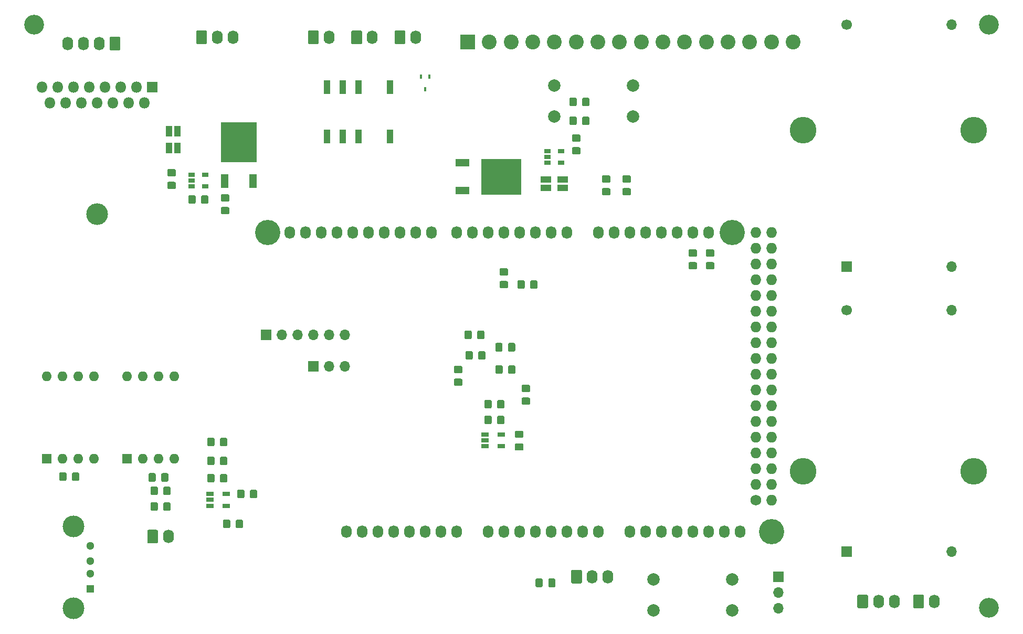
<source format=gbr>
G04 #@! TF.GenerationSoftware,KiCad,Pcbnew,(5.1.5)-3*
G04 #@! TF.CreationDate,2020-04-11T23:56:02-04:00*
G04 #@! TF.ProjectId,ventilator_shield,76656e74-696c-4617-946f-725f73686965,rev?*
G04 #@! TF.SameCoordinates,Original*
G04 #@! TF.FileFunction,Soldermask,Top*
G04 #@! TF.FilePolarity,Negative*
%FSLAX46Y46*%
G04 Gerber Fmt 4.6, Leading zero omitted, Abs format (unit mm)*
G04 Created by KiCad (PCBNEW (5.1.5)-3) date 2020-04-11 23:56:02*
%MOMM*%
%LPD*%
G04 APERTURE LIST*
%ADD10C,0.100000*%
%ADD11O,1.700000X1.700000*%
%ADD12R,1.700000X1.700000*%
%ADD13C,1.700000*%
%ADD14C,4.300000*%
%ADD15C,3.200000*%
%ADD16R,1.060000X0.650000*%
%ADD17O,1.800000X1.800000*%
%ADD18R,1.800000X1.800000*%
%ADD19O,3.500000X3.500000*%
%ADD20R,0.450000X0.700000*%
%ADD21R,1.220000X0.650000*%
%ADD22R,1.600000X1.600000*%
%ADD23O,1.600000X1.600000*%
%ADD24R,1.750000X1.100000*%
%ADD25R,1.100000X1.750000*%
%ADD26R,6.400000X5.800001*%
%ADD27R,2.200000X1.200000*%
%ADD28R,5.800000X6.400000*%
%ADD29R,1.200000X2.200000*%
%ADD30R,1.000000X2.200000*%
%ADD31C,2.400000*%
%ADD32R,2.400000X2.400000*%
%ADD33O,1.740000X2.200000*%
%ADD34R,1.300000X1.300000*%
%ADD35C,1.300000*%
%ADD36C,3.500000*%
%ADD37C,2.000000*%
%ADD38C,1.727200*%
%ADD39O,1.727200X1.727200*%
%ADD40O,1.727200X2.032000*%
%ADD41C,4.064000*%
G04 APERTURE END LIST*
D10*
G36*
X82356505Y-117156124D02*
G01*
X82380773Y-117159724D01*
X82404572Y-117165685D01*
X82427671Y-117173950D01*
X82449850Y-117184440D01*
X82470893Y-117197052D01*
X82490599Y-117211667D01*
X82508777Y-117228143D01*
X82525253Y-117246321D01*
X82539868Y-117266027D01*
X82552480Y-117287070D01*
X82562970Y-117309249D01*
X82571235Y-117332348D01*
X82577196Y-117356147D01*
X82580796Y-117380415D01*
X82582000Y-117404919D01*
X82582000Y-118304921D01*
X82580796Y-118329425D01*
X82577196Y-118353693D01*
X82571235Y-118377492D01*
X82562970Y-118400591D01*
X82552480Y-118422770D01*
X82539868Y-118443813D01*
X82525253Y-118463519D01*
X82508777Y-118481697D01*
X82490599Y-118498173D01*
X82470893Y-118512788D01*
X82449850Y-118525400D01*
X82427671Y-118535890D01*
X82404572Y-118544155D01*
X82380773Y-118550116D01*
X82356505Y-118553716D01*
X82332001Y-118554920D01*
X81681999Y-118554920D01*
X81657495Y-118553716D01*
X81633227Y-118550116D01*
X81609428Y-118544155D01*
X81586329Y-118535890D01*
X81564150Y-118525400D01*
X81543107Y-118512788D01*
X81523401Y-118498173D01*
X81505223Y-118481697D01*
X81488747Y-118463519D01*
X81474132Y-118443813D01*
X81461520Y-118422770D01*
X81451030Y-118400591D01*
X81442765Y-118377492D01*
X81436804Y-118353693D01*
X81433204Y-118329425D01*
X81432000Y-118304921D01*
X81432000Y-117404919D01*
X81433204Y-117380415D01*
X81436804Y-117356147D01*
X81442765Y-117332348D01*
X81451030Y-117309249D01*
X81461520Y-117287070D01*
X81474132Y-117266027D01*
X81488747Y-117246321D01*
X81505223Y-117228143D01*
X81523401Y-117211667D01*
X81543107Y-117197052D01*
X81564150Y-117184440D01*
X81586329Y-117173950D01*
X81609428Y-117165685D01*
X81633227Y-117159724D01*
X81657495Y-117156124D01*
X81681999Y-117154920D01*
X82332001Y-117154920D01*
X82356505Y-117156124D01*
G37*
G36*
X84406505Y-117156124D02*
G01*
X84430773Y-117159724D01*
X84454572Y-117165685D01*
X84477671Y-117173950D01*
X84499850Y-117184440D01*
X84520893Y-117197052D01*
X84540599Y-117211667D01*
X84558777Y-117228143D01*
X84575253Y-117246321D01*
X84589868Y-117266027D01*
X84602480Y-117287070D01*
X84612970Y-117309249D01*
X84621235Y-117332348D01*
X84627196Y-117356147D01*
X84630796Y-117380415D01*
X84632000Y-117404919D01*
X84632000Y-118304921D01*
X84630796Y-118329425D01*
X84627196Y-118353693D01*
X84621235Y-118377492D01*
X84612970Y-118400591D01*
X84602480Y-118422770D01*
X84589868Y-118443813D01*
X84575253Y-118463519D01*
X84558777Y-118481697D01*
X84540599Y-118498173D01*
X84520893Y-118512788D01*
X84499850Y-118525400D01*
X84477671Y-118535890D01*
X84454572Y-118544155D01*
X84430773Y-118550116D01*
X84406505Y-118553716D01*
X84382001Y-118554920D01*
X83731999Y-118554920D01*
X83707495Y-118553716D01*
X83683227Y-118550116D01*
X83659428Y-118544155D01*
X83636329Y-118535890D01*
X83614150Y-118525400D01*
X83593107Y-118512788D01*
X83573401Y-118498173D01*
X83555223Y-118481697D01*
X83538747Y-118463519D01*
X83524132Y-118443813D01*
X83511520Y-118422770D01*
X83501030Y-118400591D01*
X83492765Y-118377492D01*
X83486804Y-118353693D01*
X83483204Y-118329425D01*
X83482000Y-118304921D01*
X83482000Y-117404919D01*
X83483204Y-117380415D01*
X83486804Y-117356147D01*
X83492765Y-117332348D01*
X83501030Y-117309249D01*
X83511520Y-117287070D01*
X83524132Y-117266027D01*
X83538747Y-117246321D01*
X83555223Y-117228143D01*
X83573401Y-117211667D01*
X83593107Y-117197052D01*
X83614150Y-117184440D01*
X83636329Y-117173950D01*
X83659428Y-117165685D01*
X83683227Y-117159724D01*
X83707495Y-117156124D01*
X83731999Y-117154920D01*
X84382001Y-117154920D01*
X84406505Y-117156124D01*
G37*
G36*
X72379505Y-109666124D02*
G01*
X72403773Y-109669724D01*
X72427572Y-109675685D01*
X72450671Y-109683950D01*
X72472850Y-109694440D01*
X72493893Y-109707052D01*
X72513599Y-109721667D01*
X72531777Y-109738143D01*
X72548253Y-109756321D01*
X72562868Y-109776027D01*
X72575480Y-109797070D01*
X72585970Y-109819249D01*
X72594235Y-109842348D01*
X72600196Y-109866147D01*
X72603796Y-109890415D01*
X72605000Y-109914919D01*
X72605000Y-110814921D01*
X72603796Y-110839425D01*
X72600196Y-110863693D01*
X72594235Y-110887492D01*
X72585970Y-110910591D01*
X72575480Y-110932770D01*
X72562868Y-110953813D01*
X72548253Y-110973519D01*
X72531777Y-110991697D01*
X72513599Y-111008173D01*
X72493893Y-111022788D01*
X72472850Y-111035400D01*
X72450671Y-111045890D01*
X72427572Y-111054155D01*
X72403773Y-111060116D01*
X72379505Y-111063716D01*
X72355001Y-111064920D01*
X71704999Y-111064920D01*
X71680495Y-111063716D01*
X71656227Y-111060116D01*
X71632428Y-111054155D01*
X71609329Y-111045890D01*
X71587150Y-111035400D01*
X71566107Y-111022788D01*
X71546401Y-111008173D01*
X71528223Y-110991697D01*
X71511747Y-110973519D01*
X71497132Y-110953813D01*
X71484520Y-110932770D01*
X71474030Y-110910591D01*
X71465765Y-110887492D01*
X71459804Y-110863693D01*
X71456204Y-110839425D01*
X71455000Y-110814921D01*
X71455000Y-109914919D01*
X71456204Y-109890415D01*
X71459804Y-109866147D01*
X71465765Y-109842348D01*
X71474030Y-109819249D01*
X71484520Y-109797070D01*
X71497132Y-109776027D01*
X71511747Y-109756321D01*
X71528223Y-109738143D01*
X71546401Y-109721667D01*
X71566107Y-109707052D01*
X71587150Y-109694440D01*
X71609329Y-109683950D01*
X71632428Y-109675685D01*
X71656227Y-109669724D01*
X71680495Y-109666124D01*
X71704999Y-109664920D01*
X72355001Y-109664920D01*
X72379505Y-109666124D01*
G37*
G36*
X70329505Y-109666124D02*
G01*
X70353773Y-109669724D01*
X70377572Y-109675685D01*
X70400671Y-109683950D01*
X70422850Y-109694440D01*
X70443893Y-109707052D01*
X70463599Y-109721667D01*
X70481777Y-109738143D01*
X70498253Y-109756321D01*
X70512868Y-109776027D01*
X70525480Y-109797070D01*
X70535970Y-109819249D01*
X70544235Y-109842348D01*
X70550196Y-109866147D01*
X70553796Y-109890415D01*
X70555000Y-109914919D01*
X70555000Y-110814921D01*
X70553796Y-110839425D01*
X70550196Y-110863693D01*
X70544235Y-110887492D01*
X70535970Y-110910591D01*
X70525480Y-110932770D01*
X70512868Y-110953813D01*
X70498253Y-110973519D01*
X70481777Y-110991697D01*
X70463599Y-111008173D01*
X70443893Y-111022788D01*
X70422850Y-111035400D01*
X70400671Y-111045890D01*
X70377572Y-111054155D01*
X70353773Y-111060116D01*
X70329505Y-111063716D01*
X70305001Y-111064920D01*
X69654999Y-111064920D01*
X69630495Y-111063716D01*
X69606227Y-111060116D01*
X69582428Y-111054155D01*
X69559329Y-111045890D01*
X69537150Y-111035400D01*
X69516107Y-111022788D01*
X69496401Y-111008173D01*
X69478223Y-110991697D01*
X69461747Y-110973519D01*
X69447132Y-110953813D01*
X69434520Y-110932770D01*
X69424030Y-110910591D01*
X69415765Y-110887492D01*
X69409804Y-110863693D01*
X69406204Y-110839425D01*
X69405000Y-110814921D01*
X69405000Y-109914919D01*
X69406204Y-109890415D01*
X69409804Y-109866147D01*
X69415765Y-109842348D01*
X69424030Y-109819249D01*
X69434520Y-109797070D01*
X69447132Y-109776027D01*
X69461747Y-109756321D01*
X69478223Y-109738143D01*
X69496401Y-109721667D01*
X69516107Y-109707052D01*
X69537150Y-109694440D01*
X69559329Y-109683950D01*
X69582428Y-109675685D01*
X69606227Y-109669724D01*
X69630495Y-109666124D01*
X69654999Y-109664920D01*
X70305001Y-109664920D01*
X70329505Y-109666124D01*
G37*
G36*
X57990505Y-109536124D02*
G01*
X58014773Y-109539724D01*
X58038572Y-109545685D01*
X58061671Y-109553950D01*
X58083850Y-109564440D01*
X58104893Y-109577052D01*
X58124599Y-109591667D01*
X58142777Y-109608143D01*
X58159253Y-109626321D01*
X58173868Y-109646027D01*
X58186480Y-109667070D01*
X58196970Y-109689249D01*
X58205235Y-109712348D01*
X58211196Y-109736147D01*
X58214796Y-109760415D01*
X58216000Y-109784919D01*
X58216000Y-110684921D01*
X58214796Y-110709425D01*
X58211196Y-110733693D01*
X58205235Y-110757492D01*
X58196970Y-110780591D01*
X58186480Y-110802770D01*
X58173868Y-110823813D01*
X58159253Y-110843519D01*
X58142777Y-110861697D01*
X58124599Y-110878173D01*
X58104893Y-110892788D01*
X58083850Y-110905400D01*
X58061671Y-110915890D01*
X58038572Y-110924155D01*
X58014773Y-110930116D01*
X57990505Y-110933716D01*
X57966001Y-110934920D01*
X57315999Y-110934920D01*
X57291495Y-110933716D01*
X57267227Y-110930116D01*
X57243428Y-110924155D01*
X57220329Y-110915890D01*
X57198150Y-110905400D01*
X57177107Y-110892788D01*
X57157401Y-110878173D01*
X57139223Y-110861697D01*
X57122747Y-110843519D01*
X57108132Y-110823813D01*
X57095520Y-110802770D01*
X57085030Y-110780591D01*
X57076765Y-110757492D01*
X57070804Y-110733693D01*
X57067204Y-110709425D01*
X57066000Y-110684921D01*
X57066000Y-109784919D01*
X57067204Y-109760415D01*
X57070804Y-109736147D01*
X57076765Y-109712348D01*
X57085030Y-109689249D01*
X57095520Y-109667070D01*
X57108132Y-109646027D01*
X57122747Y-109626321D01*
X57139223Y-109608143D01*
X57157401Y-109591667D01*
X57177107Y-109577052D01*
X57198150Y-109564440D01*
X57220329Y-109553950D01*
X57243428Y-109545685D01*
X57267227Y-109539724D01*
X57291495Y-109536124D01*
X57315999Y-109534920D01*
X57966001Y-109534920D01*
X57990505Y-109536124D01*
G37*
G36*
X55940505Y-109536124D02*
G01*
X55964773Y-109539724D01*
X55988572Y-109545685D01*
X56011671Y-109553950D01*
X56033850Y-109564440D01*
X56054893Y-109577052D01*
X56074599Y-109591667D01*
X56092777Y-109608143D01*
X56109253Y-109626321D01*
X56123868Y-109646027D01*
X56136480Y-109667070D01*
X56146970Y-109689249D01*
X56155235Y-109712348D01*
X56161196Y-109736147D01*
X56164796Y-109760415D01*
X56166000Y-109784919D01*
X56166000Y-110684921D01*
X56164796Y-110709425D01*
X56161196Y-110733693D01*
X56155235Y-110757492D01*
X56146970Y-110780591D01*
X56136480Y-110802770D01*
X56123868Y-110823813D01*
X56109253Y-110843519D01*
X56092777Y-110861697D01*
X56074599Y-110878173D01*
X56054893Y-110892788D01*
X56033850Y-110905400D01*
X56011671Y-110915890D01*
X55988572Y-110924155D01*
X55964773Y-110930116D01*
X55940505Y-110933716D01*
X55916001Y-110934920D01*
X55265999Y-110934920D01*
X55241495Y-110933716D01*
X55217227Y-110930116D01*
X55193428Y-110924155D01*
X55170329Y-110915890D01*
X55148150Y-110905400D01*
X55127107Y-110892788D01*
X55107401Y-110878173D01*
X55089223Y-110861697D01*
X55072747Y-110843519D01*
X55058132Y-110823813D01*
X55045520Y-110802770D01*
X55035030Y-110780591D01*
X55026765Y-110757492D01*
X55020804Y-110733693D01*
X55017204Y-110709425D01*
X55016000Y-110684921D01*
X55016000Y-109784919D01*
X55017204Y-109760415D01*
X55020804Y-109736147D01*
X55026765Y-109712348D01*
X55035030Y-109689249D01*
X55045520Y-109667070D01*
X55058132Y-109646027D01*
X55072747Y-109626321D01*
X55089223Y-109608143D01*
X55107401Y-109591667D01*
X55127107Y-109577052D01*
X55148150Y-109564440D01*
X55170329Y-109553950D01*
X55193428Y-109545685D01*
X55217227Y-109539724D01*
X55241495Y-109536124D01*
X55265999Y-109534920D01*
X55916001Y-109534920D01*
X55940505Y-109536124D01*
G37*
D11*
X198980000Y-83364920D03*
X198980000Y-122364920D03*
D12*
X181980000Y-122364920D03*
D13*
X181980000Y-83364920D03*
D11*
X198980000Y-37364920D03*
X198980000Y-76364920D03*
D12*
X181980000Y-76364920D03*
D13*
X181980000Y-37364920D03*
D14*
X202480000Y-54364920D03*
X174980000Y-54364920D03*
X174980000Y-109364920D03*
X202480000Y-109364920D03*
D15*
X204980000Y-37364920D03*
X204980000Y-131364920D03*
X50980000Y-37364920D03*
D16*
X78544000Y-61532920D03*
X78544000Y-63432920D03*
X76344000Y-63432920D03*
X76344000Y-62482920D03*
X76344000Y-61532920D03*
D17*
X52200000Y-47364920D03*
X53470000Y-49904920D03*
X54740000Y-47364920D03*
X56010000Y-49904920D03*
X57280000Y-47364920D03*
X58550000Y-49904920D03*
X59820000Y-47364920D03*
X61090000Y-49904920D03*
X62360000Y-47364920D03*
X63630000Y-49904920D03*
X64900000Y-47364920D03*
X66170000Y-49904920D03*
X67440000Y-47364920D03*
X68710000Y-49904920D03*
D18*
X69980000Y-47364920D03*
D19*
X61090000Y-67904920D03*
D10*
G36*
X138236505Y-49084124D02*
G01*
X138260773Y-49087724D01*
X138284572Y-49093685D01*
X138307671Y-49101950D01*
X138329850Y-49112440D01*
X138350893Y-49125052D01*
X138370599Y-49139667D01*
X138388777Y-49156143D01*
X138405253Y-49174321D01*
X138419868Y-49194027D01*
X138432480Y-49215070D01*
X138442970Y-49237249D01*
X138451235Y-49260348D01*
X138457196Y-49284147D01*
X138460796Y-49308415D01*
X138462000Y-49332919D01*
X138462000Y-50232921D01*
X138460796Y-50257425D01*
X138457196Y-50281693D01*
X138451235Y-50305492D01*
X138442970Y-50328591D01*
X138432480Y-50350770D01*
X138419868Y-50371813D01*
X138405253Y-50391519D01*
X138388777Y-50409697D01*
X138370599Y-50426173D01*
X138350893Y-50440788D01*
X138329850Y-50453400D01*
X138307671Y-50463890D01*
X138284572Y-50472155D01*
X138260773Y-50478116D01*
X138236505Y-50481716D01*
X138212001Y-50482920D01*
X137561999Y-50482920D01*
X137537495Y-50481716D01*
X137513227Y-50478116D01*
X137489428Y-50472155D01*
X137466329Y-50463890D01*
X137444150Y-50453400D01*
X137423107Y-50440788D01*
X137403401Y-50426173D01*
X137385223Y-50409697D01*
X137368747Y-50391519D01*
X137354132Y-50371813D01*
X137341520Y-50350770D01*
X137331030Y-50328591D01*
X137322765Y-50305492D01*
X137316804Y-50281693D01*
X137313204Y-50257425D01*
X137312000Y-50232921D01*
X137312000Y-49332919D01*
X137313204Y-49308415D01*
X137316804Y-49284147D01*
X137322765Y-49260348D01*
X137331030Y-49237249D01*
X137341520Y-49215070D01*
X137354132Y-49194027D01*
X137368747Y-49174321D01*
X137385223Y-49156143D01*
X137403401Y-49139667D01*
X137423107Y-49125052D01*
X137444150Y-49112440D01*
X137466329Y-49101950D01*
X137489428Y-49093685D01*
X137513227Y-49087724D01*
X137537495Y-49084124D01*
X137561999Y-49082920D01*
X138212001Y-49082920D01*
X138236505Y-49084124D01*
G37*
G36*
X140286505Y-49084124D02*
G01*
X140310773Y-49087724D01*
X140334572Y-49093685D01*
X140357671Y-49101950D01*
X140379850Y-49112440D01*
X140400893Y-49125052D01*
X140420599Y-49139667D01*
X140438777Y-49156143D01*
X140455253Y-49174321D01*
X140469868Y-49194027D01*
X140482480Y-49215070D01*
X140492970Y-49237249D01*
X140501235Y-49260348D01*
X140507196Y-49284147D01*
X140510796Y-49308415D01*
X140512000Y-49332919D01*
X140512000Y-50232921D01*
X140510796Y-50257425D01*
X140507196Y-50281693D01*
X140501235Y-50305492D01*
X140492970Y-50328591D01*
X140482480Y-50350770D01*
X140469868Y-50371813D01*
X140455253Y-50391519D01*
X140438777Y-50409697D01*
X140420599Y-50426173D01*
X140400893Y-50440788D01*
X140379850Y-50453400D01*
X140357671Y-50463890D01*
X140334572Y-50472155D01*
X140310773Y-50478116D01*
X140286505Y-50481716D01*
X140262001Y-50482920D01*
X139611999Y-50482920D01*
X139587495Y-50481716D01*
X139563227Y-50478116D01*
X139539428Y-50472155D01*
X139516329Y-50463890D01*
X139494150Y-50453400D01*
X139473107Y-50440788D01*
X139453401Y-50426173D01*
X139435223Y-50409697D01*
X139418747Y-50391519D01*
X139404132Y-50371813D01*
X139391520Y-50350770D01*
X139381030Y-50328591D01*
X139372765Y-50305492D01*
X139366804Y-50281693D01*
X139363204Y-50257425D01*
X139362000Y-50232921D01*
X139362000Y-49332919D01*
X139363204Y-49308415D01*
X139366804Y-49284147D01*
X139372765Y-49260348D01*
X139381030Y-49237249D01*
X139391520Y-49215070D01*
X139404132Y-49194027D01*
X139418747Y-49174321D01*
X139435223Y-49156143D01*
X139453401Y-49139667D01*
X139473107Y-49125052D01*
X139494150Y-49112440D01*
X139516329Y-49101950D01*
X139539428Y-49093685D01*
X139563227Y-49087724D01*
X139587495Y-49084124D01*
X139611999Y-49082920D01*
X140262001Y-49082920D01*
X140286505Y-49084124D01*
G37*
D20*
X114020000Y-47734920D03*
X113370000Y-45734920D03*
X114670000Y-45734920D03*
D21*
X126290000Y-103414920D03*
X126290000Y-105314920D03*
X123670000Y-105314920D03*
X123670000Y-104364920D03*
X123670000Y-103414920D03*
D16*
X135948000Y-57722920D03*
X135948000Y-59622920D03*
X133748000Y-59622920D03*
X133748000Y-58672920D03*
X133748000Y-57722920D03*
D21*
X81960000Y-113028920D03*
X81960000Y-114928920D03*
X79340000Y-114928920D03*
X79340000Y-113978920D03*
X79340000Y-113028920D03*
D22*
X52980000Y-107364920D03*
D23*
X60600000Y-94064920D03*
X55520000Y-107364920D03*
X58060000Y-94064920D03*
X58060000Y-107364920D03*
X55520000Y-94064920D03*
X60600000Y-107364920D03*
X52980000Y-94064920D03*
D22*
X65980000Y-107364920D03*
D23*
X73600000Y-94064920D03*
X68520000Y-107364920D03*
X71060000Y-94064920D03*
X71060000Y-107364920D03*
X68520000Y-94064920D03*
X73600000Y-107364920D03*
X65980000Y-94064920D03*
D10*
G36*
X130750505Y-95428124D02*
G01*
X130774773Y-95431724D01*
X130798572Y-95437685D01*
X130821671Y-95445950D01*
X130843850Y-95456440D01*
X130864893Y-95469052D01*
X130884599Y-95483667D01*
X130902777Y-95500143D01*
X130919253Y-95518321D01*
X130933868Y-95538027D01*
X130946480Y-95559070D01*
X130956970Y-95581249D01*
X130965235Y-95604348D01*
X130971196Y-95628147D01*
X130974796Y-95652415D01*
X130976000Y-95676919D01*
X130976000Y-96326921D01*
X130974796Y-96351425D01*
X130971196Y-96375693D01*
X130965235Y-96399492D01*
X130956970Y-96422591D01*
X130946480Y-96444770D01*
X130933868Y-96465813D01*
X130919253Y-96485519D01*
X130902777Y-96503697D01*
X130884599Y-96520173D01*
X130864893Y-96534788D01*
X130843850Y-96547400D01*
X130821671Y-96557890D01*
X130798572Y-96566155D01*
X130774773Y-96572116D01*
X130750505Y-96575716D01*
X130726001Y-96576920D01*
X129825999Y-96576920D01*
X129801495Y-96575716D01*
X129777227Y-96572116D01*
X129753428Y-96566155D01*
X129730329Y-96557890D01*
X129708150Y-96547400D01*
X129687107Y-96534788D01*
X129667401Y-96520173D01*
X129649223Y-96503697D01*
X129632747Y-96485519D01*
X129618132Y-96465813D01*
X129605520Y-96444770D01*
X129595030Y-96422591D01*
X129586765Y-96399492D01*
X129580804Y-96375693D01*
X129577204Y-96351425D01*
X129576000Y-96326921D01*
X129576000Y-95676919D01*
X129577204Y-95652415D01*
X129580804Y-95628147D01*
X129586765Y-95604348D01*
X129595030Y-95581249D01*
X129605520Y-95559070D01*
X129618132Y-95538027D01*
X129632747Y-95518321D01*
X129649223Y-95500143D01*
X129667401Y-95483667D01*
X129687107Y-95469052D01*
X129708150Y-95456440D01*
X129730329Y-95445950D01*
X129753428Y-95437685D01*
X129777227Y-95431724D01*
X129801495Y-95428124D01*
X129825999Y-95426920D01*
X130726001Y-95426920D01*
X130750505Y-95428124D01*
G37*
G36*
X130750505Y-97478124D02*
G01*
X130774773Y-97481724D01*
X130798572Y-97487685D01*
X130821671Y-97495950D01*
X130843850Y-97506440D01*
X130864893Y-97519052D01*
X130884599Y-97533667D01*
X130902777Y-97550143D01*
X130919253Y-97568321D01*
X130933868Y-97588027D01*
X130946480Y-97609070D01*
X130956970Y-97631249D01*
X130965235Y-97654348D01*
X130971196Y-97678147D01*
X130974796Y-97702415D01*
X130976000Y-97726919D01*
X130976000Y-98376921D01*
X130974796Y-98401425D01*
X130971196Y-98425693D01*
X130965235Y-98449492D01*
X130956970Y-98472591D01*
X130946480Y-98494770D01*
X130933868Y-98515813D01*
X130919253Y-98535519D01*
X130902777Y-98553697D01*
X130884599Y-98570173D01*
X130864893Y-98584788D01*
X130843850Y-98597400D01*
X130821671Y-98607890D01*
X130798572Y-98616155D01*
X130774773Y-98622116D01*
X130750505Y-98625716D01*
X130726001Y-98626920D01*
X129825999Y-98626920D01*
X129801495Y-98625716D01*
X129777227Y-98622116D01*
X129753428Y-98616155D01*
X129730329Y-98607890D01*
X129708150Y-98597400D01*
X129687107Y-98584788D01*
X129667401Y-98570173D01*
X129649223Y-98553697D01*
X129632747Y-98535519D01*
X129618132Y-98515813D01*
X129605520Y-98494770D01*
X129595030Y-98472591D01*
X129586765Y-98449492D01*
X129580804Y-98425693D01*
X129577204Y-98401425D01*
X129576000Y-98376921D01*
X129576000Y-97726919D01*
X129577204Y-97702415D01*
X129580804Y-97678147D01*
X129586765Y-97654348D01*
X129595030Y-97631249D01*
X129605520Y-97609070D01*
X129618132Y-97588027D01*
X129632747Y-97568321D01*
X129649223Y-97550143D01*
X129667401Y-97533667D01*
X129687107Y-97519052D01*
X129708150Y-97506440D01*
X129730329Y-97495950D01*
X129753428Y-97487685D01*
X129777227Y-97481724D01*
X129801495Y-97478124D01*
X129825999Y-97476920D01*
X130726001Y-97476920D01*
X130750505Y-97478124D01*
G37*
G36*
X128348505Y-92264124D02*
G01*
X128372773Y-92267724D01*
X128396572Y-92273685D01*
X128419671Y-92281950D01*
X128441850Y-92292440D01*
X128462893Y-92305052D01*
X128482599Y-92319667D01*
X128500777Y-92336143D01*
X128517253Y-92354321D01*
X128531868Y-92374027D01*
X128544480Y-92395070D01*
X128554970Y-92417249D01*
X128563235Y-92440348D01*
X128569196Y-92464147D01*
X128572796Y-92488415D01*
X128574000Y-92512919D01*
X128574000Y-93412921D01*
X128572796Y-93437425D01*
X128569196Y-93461693D01*
X128563235Y-93485492D01*
X128554970Y-93508591D01*
X128544480Y-93530770D01*
X128531868Y-93551813D01*
X128517253Y-93571519D01*
X128500777Y-93589697D01*
X128482599Y-93606173D01*
X128462893Y-93620788D01*
X128441850Y-93633400D01*
X128419671Y-93643890D01*
X128396572Y-93652155D01*
X128372773Y-93658116D01*
X128348505Y-93661716D01*
X128324001Y-93662920D01*
X127673999Y-93662920D01*
X127649495Y-93661716D01*
X127625227Y-93658116D01*
X127601428Y-93652155D01*
X127578329Y-93643890D01*
X127556150Y-93633400D01*
X127535107Y-93620788D01*
X127515401Y-93606173D01*
X127497223Y-93589697D01*
X127480747Y-93571519D01*
X127466132Y-93551813D01*
X127453520Y-93530770D01*
X127443030Y-93508591D01*
X127434765Y-93485492D01*
X127428804Y-93461693D01*
X127425204Y-93437425D01*
X127424000Y-93412921D01*
X127424000Y-92512919D01*
X127425204Y-92488415D01*
X127428804Y-92464147D01*
X127434765Y-92440348D01*
X127443030Y-92417249D01*
X127453520Y-92395070D01*
X127466132Y-92374027D01*
X127480747Y-92354321D01*
X127497223Y-92336143D01*
X127515401Y-92319667D01*
X127535107Y-92305052D01*
X127556150Y-92292440D01*
X127578329Y-92281950D01*
X127601428Y-92273685D01*
X127625227Y-92267724D01*
X127649495Y-92264124D01*
X127673999Y-92262920D01*
X128324001Y-92262920D01*
X128348505Y-92264124D01*
G37*
G36*
X126298505Y-92264124D02*
G01*
X126322773Y-92267724D01*
X126346572Y-92273685D01*
X126369671Y-92281950D01*
X126391850Y-92292440D01*
X126412893Y-92305052D01*
X126432599Y-92319667D01*
X126450777Y-92336143D01*
X126467253Y-92354321D01*
X126481868Y-92374027D01*
X126494480Y-92395070D01*
X126504970Y-92417249D01*
X126513235Y-92440348D01*
X126519196Y-92464147D01*
X126522796Y-92488415D01*
X126524000Y-92512919D01*
X126524000Y-93412921D01*
X126522796Y-93437425D01*
X126519196Y-93461693D01*
X126513235Y-93485492D01*
X126504970Y-93508591D01*
X126494480Y-93530770D01*
X126481868Y-93551813D01*
X126467253Y-93571519D01*
X126450777Y-93589697D01*
X126432599Y-93606173D01*
X126412893Y-93620788D01*
X126391850Y-93633400D01*
X126369671Y-93643890D01*
X126346572Y-93652155D01*
X126322773Y-93658116D01*
X126298505Y-93661716D01*
X126274001Y-93662920D01*
X125623999Y-93662920D01*
X125599495Y-93661716D01*
X125575227Y-93658116D01*
X125551428Y-93652155D01*
X125528329Y-93643890D01*
X125506150Y-93633400D01*
X125485107Y-93620788D01*
X125465401Y-93606173D01*
X125447223Y-93589697D01*
X125430747Y-93571519D01*
X125416132Y-93551813D01*
X125403520Y-93530770D01*
X125393030Y-93508591D01*
X125384765Y-93485492D01*
X125378804Y-93461693D01*
X125375204Y-93437425D01*
X125374000Y-93412921D01*
X125374000Y-92512919D01*
X125375204Y-92488415D01*
X125378804Y-92464147D01*
X125384765Y-92440348D01*
X125393030Y-92417249D01*
X125403520Y-92395070D01*
X125416132Y-92374027D01*
X125430747Y-92354321D01*
X125447223Y-92336143D01*
X125465401Y-92319667D01*
X125485107Y-92305052D01*
X125506150Y-92292440D01*
X125528329Y-92281950D01*
X125551428Y-92273685D01*
X125575227Y-92267724D01*
X125599495Y-92264124D01*
X125623999Y-92262920D01*
X126274001Y-92262920D01*
X126298505Y-92264124D01*
G37*
G36*
X126570505Y-100392124D02*
G01*
X126594773Y-100395724D01*
X126618572Y-100401685D01*
X126641671Y-100409950D01*
X126663850Y-100420440D01*
X126684893Y-100433052D01*
X126704599Y-100447667D01*
X126722777Y-100464143D01*
X126739253Y-100482321D01*
X126753868Y-100502027D01*
X126766480Y-100523070D01*
X126776970Y-100545249D01*
X126785235Y-100568348D01*
X126791196Y-100592147D01*
X126794796Y-100616415D01*
X126796000Y-100640919D01*
X126796000Y-101540921D01*
X126794796Y-101565425D01*
X126791196Y-101589693D01*
X126785235Y-101613492D01*
X126776970Y-101636591D01*
X126766480Y-101658770D01*
X126753868Y-101679813D01*
X126739253Y-101699519D01*
X126722777Y-101717697D01*
X126704599Y-101734173D01*
X126684893Y-101748788D01*
X126663850Y-101761400D01*
X126641671Y-101771890D01*
X126618572Y-101780155D01*
X126594773Y-101786116D01*
X126570505Y-101789716D01*
X126546001Y-101790920D01*
X125895999Y-101790920D01*
X125871495Y-101789716D01*
X125847227Y-101786116D01*
X125823428Y-101780155D01*
X125800329Y-101771890D01*
X125778150Y-101761400D01*
X125757107Y-101748788D01*
X125737401Y-101734173D01*
X125719223Y-101717697D01*
X125702747Y-101699519D01*
X125688132Y-101679813D01*
X125675520Y-101658770D01*
X125665030Y-101636591D01*
X125656765Y-101613492D01*
X125650804Y-101589693D01*
X125647204Y-101565425D01*
X125646000Y-101540921D01*
X125646000Y-100640919D01*
X125647204Y-100616415D01*
X125650804Y-100592147D01*
X125656765Y-100568348D01*
X125665030Y-100545249D01*
X125675520Y-100523070D01*
X125688132Y-100502027D01*
X125702747Y-100482321D01*
X125719223Y-100464143D01*
X125737401Y-100447667D01*
X125757107Y-100433052D01*
X125778150Y-100420440D01*
X125800329Y-100409950D01*
X125823428Y-100401685D01*
X125847227Y-100395724D01*
X125871495Y-100392124D01*
X125895999Y-100390920D01*
X126546001Y-100390920D01*
X126570505Y-100392124D01*
G37*
G36*
X124520505Y-100392124D02*
G01*
X124544773Y-100395724D01*
X124568572Y-100401685D01*
X124591671Y-100409950D01*
X124613850Y-100420440D01*
X124634893Y-100433052D01*
X124654599Y-100447667D01*
X124672777Y-100464143D01*
X124689253Y-100482321D01*
X124703868Y-100502027D01*
X124716480Y-100523070D01*
X124726970Y-100545249D01*
X124735235Y-100568348D01*
X124741196Y-100592147D01*
X124744796Y-100616415D01*
X124746000Y-100640919D01*
X124746000Y-101540921D01*
X124744796Y-101565425D01*
X124741196Y-101589693D01*
X124735235Y-101613492D01*
X124726970Y-101636591D01*
X124716480Y-101658770D01*
X124703868Y-101679813D01*
X124689253Y-101699519D01*
X124672777Y-101717697D01*
X124654599Y-101734173D01*
X124634893Y-101748788D01*
X124613850Y-101761400D01*
X124591671Y-101771890D01*
X124568572Y-101780155D01*
X124544773Y-101786116D01*
X124520505Y-101789716D01*
X124496001Y-101790920D01*
X123845999Y-101790920D01*
X123821495Y-101789716D01*
X123797227Y-101786116D01*
X123773428Y-101780155D01*
X123750329Y-101771890D01*
X123728150Y-101761400D01*
X123707107Y-101748788D01*
X123687401Y-101734173D01*
X123669223Y-101717697D01*
X123652747Y-101699519D01*
X123638132Y-101679813D01*
X123625520Y-101658770D01*
X123615030Y-101636591D01*
X123606765Y-101613492D01*
X123600804Y-101589693D01*
X123597204Y-101565425D01*
X123596000Y-101540921D01*
X123596000Y-100640919D01*
X123597204Y-100616415D01*
X123600804Y-100592147D01*
X123606765Y-100568348D01*
X123615030Y-100545249D01*
X123625520Y-100523070D01*
X123638132Y-100502027D01*
X123652747Y-100482321D01*
X123669223Y-100464143D01*
X123687401Y-100447667D01*
X123707107Y-100433052D01*
X123728150Y-100420440D01*
X123750329Y-100409950D01*
X123773428Y-100401685D01*
X123797227Y-100395724D01*
X123821495Y-100392124D01*
X123845999Y-100390920D01*
X124496001Y-100390920D01*
X124520505Y-100392124D01*
G37*
G36*
X124520505Y-97852124D02*
G01*
X124544773Y-97855724D01*
X124568572Y-97861685D01*
X124591671Y-97869950D01*
X124613850Y-97880440D01*
X124634893Y-97893052D01*
X124654599Y-97907667D01*
X124672777Y-97924143D01*
X124689253Y-97942321D01*
X124703868Y-97962027D01*
X124716480Y-97983070D01*
X124726970Y-98005249D01*
X124735235Y-98028348D01*
X124741196Y-98052147D01*
X124744796Y-98076415D01*
X124746000Y-98100919D01*
X124746000Y-99000921D01*
X124744796Y-99025425D01*
X124741196Y-99049693D01*
X124735235Y-99073492D01*
X124726970Y-99096591D01*
X124716480Y-99118770D01*
X124703868Y-99139813D01*
X124689253Y-99159519D01*
X124672777Y-99177697D01*
X124654599Y-99194173D01*
X124634893Y-99208788D01*
X124613850Y-99221400D01*
X124591671Y-99231890D01*
X124568572Y-99240155D01*
X124544773Y-99246116D01*
X124520505Y-99249716D01*
X124496001Y-99250920D01*
X123845999Y-99250920D01*
X123821495Y-99249716D01*
X123797227Y-99246116D01*
X123773428Y-99240155D01*
X123750329Y-99231890D01*
X123728150Y-99221400D01*
X123707107Y-99208788D01*
X123687401Y-99194173D01*
X123669223Y-99177697D01*
X123652747Y-99159519D01*
X123638132Y-99139813D01*
X123625520Y-99118770D01*
X123615030Y-99096591D01*
X123606765Y-99073492D01*
X123600804Y-99049693D01*
X123597204Y-99025425D01*
X123596000Y-99000921D01*
X123596000Y-98100919D01*
X123597204Y-98076415D01*
X123600804Y-98052147D01*
X123606765Y-98028348D01*
X123615030Y-98005249D01*
X123625520Y-97983070D01*
X123638132Y-97962027D01*
X123652747Y-97942321D01*
X123669223Y-97924143D01*
X123687401Y-97907667D01*
X123707107Y-97893052D01*
X123728150Y-97880440D01*
X123750329Y-97869950D01*
X123773428Y-97861685D01*
X123797227Y-97855724D01*
X123821495Y-97852124D01*
X123845999Y-97850920D01*
X124496001Y-97850920D01*
X124520505Y-97852124D01*
G37*
G36*
X126570505Y-97852124D02*
G01*
X126594773Y-97855724D01*
X126618572Y-97861685D01*
X126641671Y-97869950D01*
X126663850Y-97880440D01*
X126684893Y-97893052D01*
X126704599Y-97907667D01*
X126722777Y-97924143D01*
X126739253Y-97942321D01*
X126753868Y-97962027D01*
X126766480Y-97983070D01*
X126776970Y-98005249D01*
X126785235Y-98028348D01*
X126791196Y-98052147D01*
X126794796Y-98076415D01*
X126796000Y-98100919D01*
X126796000Y-99000921D01*
X126794796Y-99025425D01*
X126791196Y-99049693D01*
X126785235Y-99073492D01*
X126776970Y-99096591D01*
X126766480Y-99118770D01*
X126753868Y-99139813D01*
X126739253Y-99159519D01*
X126722777Y-99177697D01*
X126704599Y-99194173D01*
X126684893Y-99208788D01*
X126663850Y-99221400D01*
X126641671Y-99231890D01*
X126618572Y-99240155D01*
X126594773Y-99246116D01*
X126570505Y-99249716D01*
X126546001Y-99250920D01*
X125895999Y-99250920D01*
X125871495Y-99249716D01*
X125847227Y-99246116D01*
X125823428Y-99240155D01*
X125800329Y-99231890D01*
X125778150Y-99221400D01*
X125757107Y-99208788D01*
X125737401Y-99194173D01*
X125719223Y-99177697D01*
X125702747Y-99159519D01*
X125688132Y-99139813D01*
X125675520Y-99118770D01*
X125665030Y-99096591D01*
X125656765Y-99073492D01*
X125650804Y-99049693D01*
X125647204Y-99025425D01*
X125646000Y-99000921D01*
X125646000Y-98100919D01*
X125647204Y-98076415D01*
X125650804Y-98052147D01*
X125656765Y-98028348D01*
X125665030Y-98005249D01*
X125675520Y-97983070D01*
X125688132Y-97962027D01*
X125702747Y-97942321D01*
X125719223Y-97924143D01*
X125737401Y-97907667D01*
X125757107Y-97893052D01*
X125778150Y-97880440D01*
X125800329Y-97869950D01*
X125823428Y-97861685D01*
X125847227Y-97855724D01*
X125871495Y-97852124D01*
X125895999Y-97850920D01*
X126546001Y-97850920D01*
X126570505Y-97852124D01*
G37*
G36*
X119828505Y-94430124D02*
G01*
X119852773Y-94433724D01*
X119876572Y-94439685D01*
X119899671Y-94447950D01*
X119921850Y-94458440D01*
X119942893Y-94471052D01*
X119962599Y-94485667D01*
X119980777Y-94502143D01*
X119997253Y-94520321D01*
X120011868Y-94540027D01*
X120024480Y-94561070D01*
X120034970Y-94583249D01*
X120043235Y-94606348D01*
X120049196Y-94630147D01*
X120052796Y-94654415D01*
X120054000Y-94678919D01*
X120054000Y-95328921D01*
X120052796Y-95353425D01*
X120049196Y-95377693D01*
X120043235Y-95401492D01*
X120034970Y-95424591D01*
X120024480Y-95446770D01*
X120011868Y-95467813D01*
X119997253Y-95487519D01*
X119980777Y-95505697D01*
X119962599Y-95522173D01*
X119942893Y-95536788D01*
X119921850Y-95549400D01*
X119899671Y-95559890D01*
X119876572Y-95568155D01*
X119852773Y-95574116D01*
X119828505Y-95577716D01*
X119804001Y-95578920D01*
X118903999Y-95578920D01*
X118879495Y-95577716D01*
X118855227Y-95574116D01*
X118831428Y-95568155D01*
X118808329Y-95559890D01*
X118786150Y-95549400D01*
X118765107Y-95536788D01*
X118745401Y-95522173D01*
X118727223Y-95505697D01*
X118710747Y-95487519D01*
X118696132Y-95467813D01*
X118683520Y-95446770D01*
X118673030Y-95424591D01*
X118664765Y-95401492D01*
X118658804Y-95377693D01*
X118655204Y-95353425D01*
X118654000Y-95328921D01*
X118654000Y-94678919D01*
X118655204Y-94654415D01*
X118658804Y-94630147D01*
X118664765Y-94606348D01*
X118673030Y-94583249D01*
X118683520Y-94561070D01*
X118696132Y-94540027D01*
X118710747Y-94520321D01*
X118727223Y-94502143D01*
X118745401Y-94485667D01*
X118765107Y-94471052D01*
X118786150Y-94458440D01*
X118808329Y-94447950D01*
X118831428Y-94439685D01*
X118855227Y-94433724D01*
X118879495Y-94430124D01*
X118903999Y-94428920D01*
X119804001Y-94428920D01*
X119828505Y-94430124D01*
G37*
G36*
X119828505Y-92380124D02*
G01*
X119852773Y-92383724D01*
X119876572Y-92389685D01*
X119899671Y-92397950D01*
X119921850Y-92408440D01*
X119942893Y-92421052D01*
X119962599Y-92435667D01*
X119980777Y-92452143D01*
X119997253Y-92470321D01*
X120011868Y-92490027D01*
X120024480Y-92511070D01*
X120034970Y-92533249D01*
X120043235Y-92556348D01*
X120049196Y-92580147D01*
X120052796Y-92604415D01*
X120054000Y-92628919D01*
X120054000Y-93278921D01*
X120052796Y-93303425D01*
X120049196Y-93327693D01*
X120043235Y-93351492D01*
X120034970Y-93374591D01*
X120024480Y-93396770D01*
X120011868Y-93417813D01*
X119997253Y-93437519D01*
X119980777Y-93455697D01*
X119962599Y-93472173D01*
X119942893Y-93486788D01*
X119921850Y-93499400D01*
X119899671Y-93509890D01*
X119876572Y-93518155D01*
X119852773Y-93524116D01*
X119828505Y-93527716D01*
X119804001Y-93528920D01*
X118903999Y-93528920D01*
X118879495Y-93527716D01*
X118855227Y-93524116D01*
X118831428Y-93518155D01*
X118808329Y-93509890D01*
X118786150Y-93499400D01*
X118765107Y-93486788D01*
X118745401Y-93472173D01*
X118727223Y-93455697D01*
X118710747Y-93437519D01*
X118696132Y-93417813D01*
X118683520Y-93396770D01*
X118673030Y-93374591D01*
X118664765Y-93351492D01*
X118658804Y-93327693D01*
X118655204Y-93303425D01*
X118654000Y-93278921D01*
X118654000Y-92628919D01*
X118655204Y-92604415D01*
X118658804Y-92580147D01*
X118664765Y-92556348D01*
X118673030Y-92533249D01*
X118683520Y-92511070D01*
X118696132Y-92490027D01*
X118710747Y-92470321D01*
X118727223Y-92452143D01*
X118745401Y-92435667D01*
X118765107Y-92421052D01*
X118786150Y-92408440D01*
X118808329Y-92397950D01*
X118831428Y-92389685D01*
X118855227Y-92383724D01*
X118879495Y-92380124D01*
X118903999Y-92378920D01*
X119804001Y-92378920D01*
X119828505Y-92380124D01*
G37*
G36*
X127194505Y-76632124D02*
G01*
X127218773Y-76635724D01*
X127242572Y-76641685D01*
X127265671Y-76649950D01*
X127287850Y-76660440D01*
X127308893Y-76673052D01*
X127328599Y-76687667D01*
X127346777Y-76704143D01*
X127363253Y-76722321D01*
X127377868Y-76742027D01*
X127390480Y-76763070D01*
X127400970Y-76785249D01*
X127409235Y-76808348D01*
X127415196Y-76832147D01*
X127418796Y-76856415D01*
X127420000Y-76880919D01*
X127420000Y-77530921D01*
X127418796Y-77555425D01*
X127415196Y-77579693D01*
X127409235Y-77603492D01*
X127400970Y-77626591D01*
X127390480Y-77648770D01*
X127377868Y-77669813D01*
X127363253Y-77689519D01*
X127346777Y-77707697D01*
X127328599Y-77724173D01*
X127308893Y-77738788D01*
X127287850Y-77751400D01*
X127265671Y-77761890D01*
X127242572Y-77770155D01*
X127218773Y-77776116D01*
X127194505Y-77779716D01*
X127170001Y-77780920D01*
X126269999Y-77780920D01*
X126245495Y-77779716D01*
X126221227Y-77776116D01*
X126197428Y-77770155D01*
X126174329Y-77761890D01*
X126152150Y-77751400D01*
X126131107Y-77738788D01*
X126111401Y-77724173D01*
X126093223Y-77707697D01*
X126076747Y-77689519D01*
X126062132Y-77669813D01*
X126049520Y-77648770D01*
X126039030Y-77626591D01*
X126030765Y-77603492D01*
X126024804Y-77579693D01*
X126021204Y-77555425D01*
X126020000Y-77530921D01*
X126020000Y-76880919D01*
X126021204Y-76856415D01*
X126024804Y-76832147D01*
X126030765Y-76808348D01*
X126039030Y-76785249D01*
X126049520Y-76763070D01*
X126062132Y-76742027D01*
X126076747Y-76722321D01*
X126093223Y-76704143D01*
X126111401Y-76687667D01*
X126131107Y-76673052D01*
X126152150Y-76660440D01*
X126174329Y-76649950D01*
X126197428Y-76641685D01*
X126221227Y-76635724D01*
X126245495Y-76632124D01*
X126269999Y-76630920D01*
X127170001Y-76630920D01*
X127194505Y-76632124D01*
G37*
G36*
X127194505Y-78682124D02*
G01*
X127218773Y-78685724D01*
X127242572Y-78691685D01*
X127265671Y-78699950D01*
X127287850Y-78710440D01*
X127308893Y-78723052D01*
X127328599Y-78737667D01*
X127346777Y-78754143D01*
X127363253Y-78772321D01*
X127377868Y-78792027D01*
X127390480Y-78813070D01*
X127400970Y-78835249D01*
X127409235Y-78858348D01*
X127415196Y-78882147D01*
X127418796Y-78906415D01*
X127420000Y-78930919D01*
X127420000Y-79580921D01*
X127418796Y-79605425D01*
X127415196Y-79629693D01*
X127409235Y-79653492D01*
X127400970Y-79676591D01*
X127390480Y-79698770D01*
X127377868Y-79719813D01*
X127363253Y-79739519D01*
X127346777Y-79757697D01*
X127328599Y-79774173D01*
X127308893Y-79788788D01*
X127287850Y-79801400D01*
X127265671Y-79811890D01*
X127242572Y-79820155D01*
X127218773Y-79826116D01*
X127194505Y-79829716D01*
X127170001Y-79830920D01*
X126269999Y-79830920D01*
X126245495Y-79829716D01*
X126221227Y-79826116D01*
X126197428Y-79820155D01*
X126174329Y-79811890D01*
X126152150Y-79801400D01*
X126131107Y-79788788D01*
X126111401Y-79774173D01*
X126093223Y-79757697D01*
X126076747Y-79739519D01*
X126062132Y-79719813D01*
X126049520Y-79698770D01*
X126039030Y-79676591D01*
X126030765Y-79653492D01*
X126024804Y-79629693D01*
X126021204Y-79605425D01*
X126020000Y-79580921D01*
X126020000Y-78930919D01*
X126021204Y-78906415D01*
X126024804Y-78882147D01*
X126030765Y-78858348D01*
X126039030Y-78835249D01*
X126049520Y-78813070D01*
X126062132Y-78792027D01*
X126076747Y-78772321D01*
X126093223Y-78754143D01*
X126111401Y-78737667D01*
X126131107Y-78723052D01*
X126152150Y-78710440D01*
X126174329Y-78699950D01*
X126197428Y-78691685D01*
X126221227Y-78685724D01*
X126245495Y-78682124D01*
X126269999Y-78680920D01*
X127170001Y-78680920D01*
X127194505Y-78682124D01*
G37*
G36*
X140286505Y-52132124D02*
G01*
X140310773Y-52135724D01*
X140334572Y-52141685D01*
X140357671Y-52149950D01*
X140379850Y-52160440D01*
X140400893Y-52173052D01*
X140420599Y-52187667D01*
X140438777Y-52204143D01*
X140455253Y-52222321D01*
X140469868Y-52242027D01*
X140482480Y-52263070D01*
X140492970Y-52285249D01*
X140501235Y-52308348D01*
X140507196Y-52332147D01*
X140510796Y-52356415D01*
X140512000Y-52380919D01*
X140512000Y-53280921D01*
X140510796Y-53305425D01*
X140507196Y-53329693D01*
X140501235Y-53353492D01*
X140492970Y-53376591D01*
X140482480Y-53398770D01*
X140469868Y-53419813D01*
X140455253Y-53439519D01*
X140438777Y-53457697D01*
X140420599Y-53474173D01*
X140400893Y-53488788D01*
X140379850Y-53501400D01*
X140357671Y-53511890D01*
X140334572Y-53520155D01*
X140310773Y-53526116D01*
X140286505Y-53529716D01*
X140262001Y-53530920D01*
X139611999Y-53530920D01*
X139587495Y-53529716D01*
X139563227Y-53526116D01*
X139539428Y-53520155D01*
X139516329Y-53511890D01*
X139494150Y-53501400D01*
X139473107Y-53488788D01*
X139453401Y-53474173D01*
X139435223Y-53457697D01*
X139418747Y-53439519D01*
X139404132Y-53419813D01*
X139391520Y-53398770D01*
X139381030Y-53376591D01*
X139372765Y-53353492D01*
X139366804Y-53329693D01*
X139363204Y-53305425D01*
X139362000Y-53280921D01*
X139362000Y-52380919D01*
X139363204Y-52356415D01*
X139366804Y-52332147D01*
X139372765Y-52308348D01*
X139381030Y-52285249D01*
X139391520Y-52263070D01*
X139404132Y-52242027D01*
X139418747Y-52222321D01*
X139435223Y-52204143D01*
X139453401Y-52187667D01*
X139473107Y-52173052D01*
X139494150Y-52160440D01*
X139516329Y-52149950D01*
X139539428Y-52141685D01*
X139563227Y-52135724D01*
X139587495Y-52132124D01*
X139611999Y-52130920D01*
X140262001Y-52130920D01*
X140286505Y-52132124D01*
G37*
G36*
X138236505Y-52132124D02*
G01*
X138260773Y-52135724D01*
X138284572Y-52141685D01*
X138307671Y-52149950D01*
X138329850Y-52160440D01*
X138350893Y-52173052D01*
X138370599Y-52187667D01*
X138388777Y-52204143D01*
X138405253Y-52222321D01*
X138419868Y-52242027D01*
X138432480Y-52263070D01*
X138442970Y-52285249D01*
X138451235Y-52308348D01*
X138457196Y-52332147D01*
X138460796Y-52356415D01*
X138462000Y-52380919D01*
X138462000Y-53280921D01*
X138460796Y-53305425D01*
X138457196Y-53329693D01*
X138451235Y-53353492D01*
X138442970Y-53376591D01*
X138432480Y-53398770D01*
X138419868Y-53419813D01*
X138405253Y-53439519D01*
X138388777Y-53457697D01*
X138370599Y-53474173D01*
X138350893Y-53488788D01*
X138329850Y-53501400D01*
X138307671Y-53511890D01*
X138284572Y-53520155D01*
X138260773Y-53526116D01*
X138236505Y-53529716D01*
X138212001Y-53530920D01*
X137561999Y-53530920D01*
X137537495Y-53529716D01*
X137513227Y-53526116D01*
X137489428Y-53520155D01*
X137466329Y-53511890D01*
X137444150Y-53501400D01*
X137423107Y-53488788D01*
X137403401Y-53474173D01*
X137385223Y-53457697D01*
X137368747Y-53439519D01*
X137354132Y-53419813D01*
X137341520Y-53398770D01*
X137331030Y-53376591D01*
X137322765Y-53353492D01*
X137316804Y-53329693D01*
X137313204Y-53305425D01*
X137312000Y-53280921D01*
X137312000Y-52380919D01*
X137313204Y-52356415D01*
X137316804Y-52332147D01*
X137322765Y-52308348D01*
X137331030Y-52285249D01*
X137341520Y-52263070D01*
X137354132Y-52242027D01*
X137368747Y-52222321D01*
X137385223Y-52204143D01*
X137403401Y-52187667D01*
X137423107Y-52173052D01*
X137444150Y-52160440D01*
X137466329Y-52149950D01*
X137489428Y-52141685D01*
X137513227Y-52135724D01*
X137537495Y-52132124D01*
X137561999Y-52130920D01*
X138212001Y-52130920D01*
X138236505Y-52132124D01*
G37*
D24*
X136223000Y-62290920D03*
X136223000Y-63690920D03*
X133473000Y-62290920D03*
X133473000Y-63690920D03*
D10*
G36*
X147006505Y-63696124D02*
G01*
X147030773Y-63699724D01*
X147054572Y-63705685D01*
X147077671Y-63713950D01*
X147099850Y-63724440D01*
X147120893Y-63737052D01*
X147140599Y-63751667D01*
X147158777Y-63768143D01*
X147175253Y-63786321D01*
X147189868Y-63806027D01*
X147202480Y-63827070D01*
X147212970Y-63849249D01*
X147221235Y-63872348D01*
X147227196Y-63896147D01*
X147230796Y-63920415D01*
X147232000Y-63944919D01*
X147232000Y-64594921D01*
X147230796Y-64619425D01*
X147227196Y-64643693D01*
X147221235Y-64667492D01*
X147212970Y-64690591D01*
X147202480Y-64712770D01*
X147189868Y-64733813D01*
X147175253Y-64753519D01*
X147158777Y-64771697D01*
X147140599Y-64788173D01*
X147120893Y-64802788D01*
X147099850Y-64815400D01*
X147077671Y-64825890D01*
X147054572Y-64834155D01*
X147030773Y-64840116D01*
X147006505Y-64843716D01*
X146982001Y-64844920D01*
X146081999Y-64844920D01*
X146057495Y-64843716D01*
X146033227Y-64840116D01*
X146009428Y-64834155D01*
X145986329Y-64825890D01*
X145964150Y-64815400D01*
X145943107Y-64802788D01*
X145923401Y-64788173D01*
X145905223Y-64771697D01*
X145888747Y-64753519D01*
X145874132Y-64733813D01*
X145861520Y-64712770D01*
X145851030Y-64690591D01*
X145842765Y-64667492D01*
X145836804Y-64643693D01*
X145833204Y-64619425D01*
X145832000Y-64594921D01*
X145832000Y-63944919D01*
X145833204Y-63920415D01*
X145836804Y-63896147D01*
X145842765Y-63872348D01*
X145851030Y-63849249D01*
X145861520Y-63827070D01*
X145874132Y-63806027D01*
X145888747Y-63786321D01*
X145905223Y-63768143D01*
X145923401Y-63751667D01*
X145943107Y-63737052D01*
X145964150Y-63724440D01*
X145986329Y-63713950D01*
X146009428Y-63705685D01*
X146033227Y-63699724D01*
X146057495Y-63696124D01*
X146081999Y-63694920D01*
X146982001Y-63694920D01*
X147006505Y-63696124D01*
G37*
G36*
X147006505Y-61646124D02*
G01*
X147030773Y-61649724D01*
X147054572Y-61655685D01*
X147077671Y-61663950D01*
X147099850Y-61674440D01*
X147120893Y-61687052D01*
X147140599Y-61701667D01*
X147158777Y-61718143D01*
X147175253Y-61736321D01*
X147189868Y-61756027D01*
X147202480Y-61777070D01*
X147212970Y-61799249D01*
X147221235Y-61822348D01*
X147227196Y-61846147D01*
X147230796Y-61870415D01*
X147232000Y-61894919D01*
X147232000Y-62544921D01*
X147230796Y-62569425D01*
X147227196Y-62593693D01*
X147221235Y-62617492D01*
X147212970Y-62640591D01*
X147202480Y-62662770D01*
X147189868Y-62683813D01*
X147175253Y-62703519D01*
X147158777Y-62721697D01*
X147140599Y-62738173D01*
X147120893Y-62752788D01*
X147099850Y-62765400D01*
X147077671Y-62775890D01*
X147054572Y-62784155D01*
X147030773Y-62790116D01*
X147006505Y-62793716D01*
X146982001Y-62794920D01*
X146081999Y-62794920D01*
X146057495Y-62793716D01*
X146033227Y-62790116D01*
X146009428Y-62784155D01*
X145986329Y-62775890D01*
X145964150Y-62765400D01*
X145943107Y-62752788D01*
X145923401Y-62738173D01*
X145905223Y-62721697D01*
X145888747Y-62703519D01*
X145874132Y-62683813D01*
X145861520Y-62662770D01*
X145851030Y-62640591D01*
X145842765Y-62617492D01*
X145836804Y-62593693D01*
X145833204Y-62569425D01*
X145832000Y-62544921D01*
X145832000Y-61894919D01*
X145833204Y-61870415D01*
X145836804Y-61846147D01*
X145842765Y-61822348D01*
X145851030Y-61799249D01*
X145861520Y-61777070D01*
X145874132Y-61756027D01*
X145888747Y-61736321D01*
X145905223Y-61718143D01*
X145923401Y-61701667D01*
X145943107Y-61687052D01*
X145964150Y-61674440D01*
X145986329Y-61663950D01*
X146009428Y-61655685D01*
X146033227Y-61649724D01*
X146057495Y-61646124D01*
X146081999Y-61644920D01*
X146982001Y-61644920D01*
X147006505Y-61646124D01*
G37*
G36*
X143704505Y-63696124D02*
G01*
X143728773Y-63699724D01*
X143752572Y-63705685D01*
X143775671Y-63713950D01*
X143797850Y-63724440D01*
X143818893Y-63737052D01*
X143838599Y-63751667D01*
X143856777Y-63768143D01*
X143873253Y-63786321D01*
X143887868Y-63806027D01*
X143900480Y-63827070D01*
X143910970Y-63849249D01*
X143919235Y-63872348D01*
X143925196Y-63896147D01*
X143928796Y-63920415D01*
X143930000Y-63944919D01*
X143930000Y-64594921D01*
X143928796Y-64619425D01*
X143925196Y-64643693D01*
X143919235Y-64667492D01*
X143910970Y-64690591D01*
X143900480Y-64712770D01*
X143887868Y-64733813D01*
X143873253Y-64753519D01*
X143856777Y-64771697D01*
X143838599Y-64788173D01*
X143818893Y-64802788D01*
X143797850Y-64815400D01*
X143775671Y-64825890D01*
X143752572Y-64834155D01*
X143728773Y-64840116D01*
X143704505Y-64843716D01*
X143680001Y-64844920D01*
X142779999Y-64844920D01*
X142755495Y-64843716D01*
X142731227Y-64840116D01*
X142707428Y-64834155D01*
X142684329Y-64825890D01*
X142662150Y-64815400D01*
X142641107Y-64802788D01*
X142621401Y-64788173D01*
X142603223Y-64771697D01*
X142586747Y-64753519D01*
X142572132Y-64733813D01*
X142559520Y-64712770D01*
X142549030Y-64690591D01*
X142540765Y-64667492D01*
X142534804Y-64643693D01*
X142531204Y-64619425D01*
X142530000Y-64594921D01*
X142530000Y-63944919D01*
X142531204Y-63920415D01*
X142534804Y-63896147D01*
X142540765Y-63872348D01*
X142549030Y-63849249D01*
X142559520Y-63827070D01*
X142572132Y-63806027D01*
X142586747Y-63786321D01*
X142603223Y-63768143D01*
X142621401Y-63751667D01*
X142641107Y-63737052D01*
X142662150Y-63724440D01*
X142684329Y-63713950D01*
X142707428Y-63705685D01*
X142731227Y-63699724D01*
X142755495Y-63696124D01*
X142779999Y-63694920D01*
X143680001Y-63694920D01*
X143704505Y-63696124D01*
G37*
G36*
X143704505Y-61646124D02*
G01*
X143728773Y-61649724D01*
X143752572Y-61655685D01*
X143775671Y-61663950D01*
X143797850Y-61674440D01*
X143818893Y-61687052D01*
X143838599Y-61701667D01*
X143856777Y-61718143D01*
X143873253Y-61736321D01*
X143887868Y-61756027D01*
X143900480Y-61777070D01*
X143910970Y-61799249D01*
X143919235Y-61822348D01*
X143925196Y-61846147D01*
X143928796Y-61870415D01*
X143930000Y-61894919D01*
X143930000Y-62544921D01*
X143928796Y-62569425D01*
X143925196Y-62593693D01*
X143919235Y-62617492D01*
X143910970Y-62640591D01*
X143900480Y-62662770D01*
X143887868Y-62683813D01*
X143873253Y-62703519D01*
X143856777Y-62721697D01*
X143838599Y-62738173D01*
X143818893Y-62752788D01*
X143797850Y-62765400D01*
X143775671Y-62775890D01*
X143752572Y-62784155D01*
X143728773Y-62790116D01*
X143704505Y-62793716D01*
X143680001Y-62794920D01*
X142779999Y-62794920D01*
X142755495Y-62793716D01*
X142731227Y-62790116D01*
X142707428Y-62784155D01*
X142684329Y-62775890D01*
X142662150Y-62765400D01*
X142641107Y-62752788D01*
X142621401Y-62738173D01*
X142603223Y-62721697D01*
X142586747Y-62703519D01*
X142572132Y-62683813D01*
X142559520Y-62662770D01*
X142549030Y-62640591D01*
X142540765Y-62617492D01*
X142534804Y-62593693D01*
X142531204Y-62569425D01*
X142530000Y-62544921D01*
X142530000Y-61894919D01*
X142531204Y-61870415D01*
X142534804Y-61846147D01*
X142540765Y-61822348D01*
X142549030Y-61799249D01*
X142559520Y-61777070D01*
X142572132Y-61756027D01*
X142586747Y-61736321D01*
X142603223Y-61718143D01*
X142621401Y-61701667D01*
X142641107Y-61687052D01*
X142662150Y-61674440D01*
X142684329Y-61663950D01*
X142707428Y-61655685D01*
X142731227Y-61649724D01*
X142755495Y-61646124D01*
X142779999Y-61644920D01*
X143680001Y-61644920D01*
X143704505Y-61646124D01*
G37*
G36*
X81866505Y-106996124D02*
G01*
X81890773Y-106999724D01*
X81914572Y-107005685D01*
X81937671Y-107013950D01*
X81959850Y-107024440D01*
X81980893Y-107037052D01*
X82000599Y-107051667D01*
X82018777Y-107068143D01*
X82035253Y-107086321D01*
X82049868Y-107106027D01*
X82062480Y-107127070D01*
X82072970Y-107149249D01*
X82081235Y-107172348D01*
X82087196Y-107196147D01*
X82090796Y-107220415D01*
X82092000Y-107244919D01*
X82092000Y-108144921D01*
X82090796Y-108169425D01*
X82087196Y-108193693D01*
X82081235Y-108217492D01*
X82072970Y-108240591D01*
X82062480Y-108262770D01*
X82049868Y-108283813D01*
X82035253Y-108303519D01*
X82018777Y-108321697D01*
X82000599Y-108338173D01*
X81980893Y-108352788D01*
X81959850Y-108365400D01*
X81937671Y-108375890D01*
X81914572Y-108384155D01*
X81890773Y-108390116D01*
X81866505Y-108393716D01*
X81842001Y-108394920D01*
X81191999Y-108394920D01*
X81167495Y-108393716D01*
X81143227Y-108390116D01*
X81119428Y-108384155D01*
X81096329Y-108375890D01*
X81074150Y-108365400D01*
X81053107Y-108352788D01*
X81033401Y-108338173D01*
X81015223Y-108321697D01*
X80998747Y-108303519D01*
X80984132Y-108283813D01*
X80971520Y-108262770D01*
X80961030Y-108240591D01*
X80952765Y-108217492D01*
X80946804Y-108193693D01*
X80943204Y-108169425D01*
X80942000Y-108144921D01*
X80942000Y-107244919D01*
X80943204Y-107220415D01*
X80946804Y-107196147D01*
X80952765Y-107172348D01*
X80961030Y-107149249D01*
X80971520Y-107127070D01*
X80984132Y-107106027D01*
X80998747Y-107086321D01*
X81015223Y-107068143D01*
X81033401Y-107051667D01*
X81053107Y-107037052D01*
X81074150Y-107024440D01*
X81096329Y-107013950D01*
X81119428Y-107005685D01*
X81143227Y-106999724D01*
X81167495Y-106996124D01*
X81191999Y-106994920D01*
X81842001Y-106994920D01*
X81866505Y-106996124D01*
G37*
G36*
X79816505Y-106996124D02*
G01*
X79840773Y-106999724D01*
X79864572Y-107005685D01*
X79887671Y-107013950D01*
X79909850Y-107024440D01*
X79930893Y-107037052D01*
X79950599Y-107051667D01*
X79968777Y-107068143D01*
X79985253Y-107086321D01*
X79999868Y-107106027D01*
X80012480Y-107127070D01*
X80022970Y-107149249D01*
X80031235Y-107172348D01*
X80037196Y-107196147D01*
X80040796Y-107220415D01*
X80042000Y-107244919D01*
X80042000Y-108144921D01*
X80040796Y-108169425D01*
X80037196Y-108193693D01*
X80031235Y-108217492D01*
X80022970Y-108240591D01*
X80012480Y-108262770D01*
X79999868Y-108283813D01*
X79985253Y-108303519D01*
X79968777Y-108321697D01*
X79950599Y-108338173D01*
X79930893Y-108352788D01*
X79909850Y-108365400D01*
X79887671Y-108375890D01*
X79864572Y-108384155D01*
X79840773Y-108390116D01*
X79816505Y-108393716D01*
X79792001Y-108394920D01*
X79141999Y-108394920D01*
X79117495Y-108393716D01*
X79093227Y-108390116D01*
X79069428Y-108384155D01*
X79046329Y-108375890D01*
X79024150Y-108365400D01*
X79003107Y-108352788D01*
X78983401Y-108338173D01*
X78965223Y-108321697D01*
X78948747Y-108303519D01*
X78934132Y-108283813D01*
X78921520Y-108262770D01*
X78911030Y-108240591D01*
X78902765Y-108217492D01*
X78896804Y-108193693D01*
X78893204Y-108169425D01*
X78892000Y-108144921D01*
X78892000Y-107244919D01*
X78893204Y-107220415D01*
X78896804Y-107196147D01*
X78902765Y-107172348D01*
X78911030Y-107149249D01*
X78921520Y-107127070D01*
X78934132Y-107106027D01*
X78948747Y-107086321D01*
X78965223Y-107068143D01*
X78983401Y-107051667D01*
X79003107Y-107037052D01*
X79024150Y-107024440D01*
X79046329Y-107013950D01*
X79069428Y-107005685D01*
X79093227Y-106999724D01*
X79117495Y-106996124D01*
X79141999Y-106994920D01*
X79792001Y-106994920D01*
X79816505Y-106996124D01*
G37*
G36*
X79816505Y-103948124D02*
G01*
X79840773Y-103951724D01*
X79864572Y-103957685D01*
X79887671Y-103965950D01*
X79909850Y-103976440D01*
X79930893Y-103989052D01*
X79950599Y-104003667D01*
X79968777Y-104020143D01*
X79985253Y-104038321D01*
X79999868Y-104058027D01*
X80012480Y-104079070D01*
X80022970Y-104101249D01*
X80031235Y-104124348D01*
X80037196Y-104148147D01*
X80040796Y-104172415D01*
X80042000Y-104196919D01*
X80042000Y-105096921D01*
X80040796Y-105121425D01*
X80037196Y-105145693D01*
X80031235Y-105169492D01*
X80022970Y-105192591D01*
X80012480Y-105214770D01*
X79999868Y-105235813D01*
X79985253Y-105255519D01*
X79968777Y-105273697D01*
X79950599Y-105290173D01*
X79930893Y-105304788D01*
X79909850Y-105317400D01*
X79887671Y-105327890D01*
X79864572Y-105336155D01*
X79840773Y-105342116D01*
X79816505Y-105345716D01*
X79792001Y-105346920D01*
X79141999Y-105346920D01*
X79117495Y-105345716D01*
X79093227Y-105342116D01*
X79069428Y-105336155D01*
X79046329Y-105327890D01*
X79024150Y-105317400D01*
X79003107Y-105304788D01*
X78983401Y-105290173D01*
X78965223Y-105273697D01*
X78948747Y-105255519D01*
X78934132Y-105235813D01*
X78921520Y-105214770D01*
X78911030Y-105192591D01*
X78902765Y-105169492D01*
X78896804Y-105145693D01*
X78893204Y-105121425D01*
X78892000Y-105096921D01*
X78892000Y-104196919D01*
X78893204Y-104172415D01*
X78896804Y-104148147D01*
X78902765Y-104124348D01*
X78911030Y-104101249D01*
X78921520Y-104079070D01*
X78934132Y-104058027D01*
X78948747Y-104038321D01*
X78965223Y-104020143D01*
X78983401Y-104003667D01*
X79003107Y-103989052D01*
X79024150Y-103976440D01*
X79046329Y-103965950D01*
X79069428Y-103957685D01*
X79093227Y-103951724D01*
X79117495Y-103948124D01*
X79141999Y-103946920D01*
X79792001Y-103946920D01*
X79816505Y-103948124D01*
G37*
G36*
X81866505Y-103948124D02*
G01*
X81890773Y-103951724D01*
X81914572Y-103957685D01*
X81937671Y-103965950D01*
X81959850Y-103976440D01*
X81980893Y-103989052D01*
X82000599Y-104003667D01*
X82018777Y-104020143D01*
X82035253Y-104038321D01*
X82049868Y-104058027D01*
X82062480Y-104079070D01*
X82072970Y-104101249D01*
X82081235Y-104124348D01*
X82087196Y-104148147D01*
X82090796Y-104172415D01*
X82092000Y-104196919D01*
X82092000Y-105096921D01*
X82090796Y-105121425D01*
X82087196Y-105145693D01*
X82081235Y-105169492D01*
X82072970Y-105192591D01*
X82062480Y-105214770D01*
X82049868Y-105235813D01*
X82035253Y-105255519D01*
X82018777Y-105273697D01*
X82000599Y-105290173D01*
X81980893Y-105304788D01*
X81959850Y-105317400D01*
X81937671Y-105327890D01*
X81914572Y-105336155D01*
X81890773Y-105342116D01*
X81866505Y-105345716D01*
X81842001Y-105346920D01*
X81191999Y-105346920D01*
X81167495Y-105345716D01*
X81143227Y-105342116D01*
X81119428Y-105336155D01*
X81096329Y-105327890D01*
X81074150Y-105317400D01*
X81053107Y-105304788D01*
X81033401Y-105290173D01*
X81015223Y-105273697D01*
X80998747Y-105255519D01*
X80984132Y-105235813D01*
X80971520Y-105214770D01*
X80961030Y-105192591D01*
X80952765Y-105169492D01*
X80946804Y-105145693D01*
X80943204Y-105121425D01*
X80942000Y-105096921D01*
X80942000Y-104196919D01*
X80943204Y-104172415D01*
X80946804Y-104148147D01*
X80952765Y-104124348D01*
X80961030Y-104101249D01*
X80971520Y-104079070D01*
X80984132Y-104058027D01*
X80998747Y-104038321D01*
X81015223Y-104020143D01*
X81033401Y-104003667D01*
X81053107Y-103989052D01*
X81074150Y-103976440D01*
X81096329Y-103965950D01*
X81119428Y-103957685D01*
X81143227Y-103951724D01*
X81167495Y-103948124D01*
X81191999Y-103946920D01*
X81842001Y-103946920D01*
X81866505Y-103948124D01*
G37*
G36*
X70672505Y-111822124D02*
G01*
X70696773Y-111825724D01*
X70720572Y-111831685D01*
X70743671Y-111839950D01*
X70765850Y-111850440D01*
X70786893Y-111863052D01*
X70806599Y-111877667D01*
X70824777Y-111894143D01*
X70841253Y-111912321D01*
X70855868Y-111932027D01*
X70868480Y-111953070D01*
X70878970Y-111975249D01*
X70887235Y-111998348D01*
X70893196Y-112022147D01*
X70896796Y-112046415D01*
X70898000Y-112070919D01*
X70898000Y-112970921D01*
X70896796Y-112995425D01*
X70893196Y-113019693D01*
X70887235Y-113043492D01*
X70878970Y-113066591D01*
X70868480Y-113088770D01*
X70855868Y-113109813D01*
X70841253Y-113129519D01*
X70824777Y-113147697D01*
X70806599Y-113164173D01*
X70786893Y-113178788D01*
X70765850Y-113191400D01*
X70743671Y-113201890D01*
X70720572Y-113210155D01*
X70696773Y-113216116D01*
X70672505Y-113219716D01*
X70648001Y-113220920D01*
X69997999Y-113220920D01*
X69973495Y-113219716D01*
X69949227Y-113216116D01*
X69925428Y-113210155D01*
X69902329Y-113201890D01*
X69880150Y-113191400D01*
X69859107Y-113178788D01*
X69839401Y-113164173D01*
X69821223Y-113147697D01*
X69804747Y-113129519D01*
X69790132Y-113109813D01*
X69777520Y-113088770D01*
X69767030Y-113066591D01*
X69758765Y-113043492D01*
X69752804Y-113019693D01*
X69749204Y-112995425D01*
X69748000Y-112970921D01*
X69748000Y-112070919D01*
X69749204Y-112046415D01*
X69752804Y-112022147D01*
X69758765Y-111998348D01*
X69767030Y-111975249D01*
X69777520Y-111953070D01*
X69790132Y-111932027D01*
X69804747Y-111912321D01*
X69821223Y-111894143D01*
X69839401Y-111877667D01*
X69859107Y-111863052D01*
X69880150Y-111850440D01*
X69902329Y-111839950D01*
X69925428Y-111831685D01*
X69949227Y-111825724D01*
X69973495Y-111822124D01*
X69997999Y-111820920D01*
X70648001Y-111820920D01*
X70672505Y-111822124D01*
G37*
G36*
X72722505Y-111822124D02*
G01*
X72746773Y-111825724D01*
X72770572Y-111831685D01*
X72793671Y-111839950D01*
X72815850Y-111850440D01*
X72836893Y-111863052D01*
X72856599Y-111877667D01*
X72874777Y-111894143D01*
X72891253Y-111912321D01*
X72905868Y-111932027D01*
X72918480Y-111953070D01*
X72928970Y-111975249D01*
X72937235Y-111998348D01*
X72943196Y-112022147D01*
X72946796Y-112046415D01*
X72948000Y-112070919D01*
X72948000Y-112970921D01*
X72946796Y-112995425D01*
X72943196Y-113019693D01*
X72937235Y-113043492D01*
X72928970Y-113066591D01*
X72918480Y-113088770D01*
X72905868Y-113109813D01*
X72891253Y-113129519D01*
X72874777Y-113147697D01*
X72856599Y-113164173D01*
X72836893Y-113178788D01*
X72815850Y-113191400D01*
X72793671Y-113201890D01*
X72770572Y-113210155D01*
X72746773Y-113216116D01*
X72722505Y-113219716D01*
X72698001Y-113220920D01*
X72047999Y-113220920D01*
X72023495Y-113219716D01*
X71999227Y-113216116D01*
X71975428Y-113210155D01*
X71952329Y-113201890D01*
X71930150Y-113191400D01*
X71909107Y-113178788D01*
X71889401Y-113164173D01*
X71871223Y-113147697D01*
X71854747Y-113129519D01*
X71840132Y-113109813D01*
X71827520Y-113088770D01*
X71817030Y-113066591D01*
X71808765Y-113043492D01*
X71802804Y-113019693D01*
X71799204Y-112995425D01*
X71798000Y-112970921D01*
X71798000Y-112070919D01*
X71799204Y-112046415D01*
X71802804Y-112022147D01*
X71808765Y-111998348D01*
X71817030Y-111975249D01*
X71827520Y-111953070D01*
X71840132Y-111932027D01*
X71854747Y-111912321D01*
X71871223Y-111894143D01*
X71889401Y-111877667D01*
X71909107Y-111863052D01*
X71930150Y-111850440D01*
X71952329Y-111839950D01*
X71975428Y-111831685D01*
X71999227Y-111825724D01*
X72023495Y-111822124D01*
X72047999Y-111820920D01*
X72698001Y-111820920D01*
X72722505Y-111822124D01*
G37*
G36*
X73600505Y-62680124D02*
G01*
X73624773Y-62683724D01*
X73648572Y-62689685D01*
X73671671Y-62697950D01*
X73693850Y-62708440D01*
X73714893Y-62721052D01*
X73734599Y-62735667D01*
X73752777Y-62752143D01*
X73769253Y-62770321D01*
X73783868Y-62790027D01*
X73796480Y-62811070D01*
X73806970Y-62833249D01*
X73815235Y-62856348D01*
X73821196Y-62880147D01*
X73824796Y-62904415D01*
X73826000Y-62928919D01*
X73826000Y-63578921D01*
X73824796Y-63603425D01*
X73821196Y-63627693D01*
X73815235Y-63651492D01*
X73806970Y-63674591D01*
X73796480Y-63696770D01*
X73783868Y-63717813D01*
X73769253Y-63737519D01*
X73752777Y-63755697D01*
X73734599Y-63772173D01*
X73714893Y-63786788D01*
X73693850Y-63799400D01*
X73671671Y-63809890D01*
X73648572Y-63818155D01*
X73624773Y-63824116D01*
X73600505Y-63827716D01*
X73576001Y-63828920D01*
X72675999Y-63828920D01*
X72651495Y-63827716D01*
X72627227Y-63824116D01*
X72603428Y-63818155D01*
X72580329Y-63809890D01*
X72558150Y-63799400D01*
X72537107Y-63786788D01*
X72517401Y-63772173D01*
X72499223Y-63755697D01*
X72482747Y-63737519D01*
X72468132Y-63717813D01*
X72455520Y-63696770D01*
X72445030Y-63674591D01*
X72436765Y-63651492D01*
X72430804Y-63627693D01*
X72427204Y-63603425D01*
X72426000Y-63578921D01*
X72426000Y-62928919D01*
X72427204Y-62904415D01*
X72430804Y-62880147D01*
X72436765Y-62856348D01*
X72445030Y-62833249D01*
X72455520Y-62811070D01*
X72468132Y-62790027D01*
X72482747Y-62770321D01*
X72499223Y-62752143D01*
X72517401Y-62735667D01*
X72537107Y-62721052D01*
X72558150Y-62708440D01*
X72580329Y-62697950D01*
X72603428Y-62689685D01*
X72627227Y-62683724D01*
X72651495Y-62680124D01*
X72675999Y-62678920D01*
X73576001Y-62678920D01*
X73600505Y-62680124D01*
G37*
G36*
X73600505Y-60630124D02*
G01*
X73624773Y-60633724D01*
X73648572Y-60639685D01*
X73671671Y-60647950D01*
X73693850Y-60658440D01*
X73714893Y-60671052D01*
X73734599Y-60685667D01*
X73752777Y-60702143D01*
X73769253Y-60720321D01*
X73783868Y-60740027D01*
X73796480Y-60761070D01*
X73806970Y-60783249D01*
X73815235Y-60806348D01*
X73821196Y-60830147D01*
X73824796Y-60854415D01*
X73826000Y-60878919D01*
X73826000Y-61528921D01*
X73824796Y-61553425D01*
X73821196Y-61577693D01*
X73815235Y-61601492D01*
X73806970Y-61624591D01*
X73796480Y-61646770D01*
X73783868Y-61667813D01*
X73769253Y-61687519D01*
X73752777Y-61705697D01*
X73734599Y-61722173D01*
X73714893Y-61736788D01*
X73693850Y-61749400D01*
X73671671Y-61759890D01*
X73648572Y-61768155D01*
X73624773Y-61774116D01*
X73600505Y-61777716D01*
X73576001Y-61778920D01*
X72675999Y-61778920D01*
X72651495Y-61777716D01*
X72627227Y-61774116D01*
X72603428Y-61768155D01*
X72580329Y-61759890D01*
X72558150Y-61749400D01*
X72537107Y-61736788D01*
X72517401Y-61722173D01*
X72499223Y-61705697D01*
X72482747Y-61687519D01*
X72468132Y-61667813D01*
X72455520Y-61646770D01*
X72445030Y-61624591D01*
X72436765Y-61601492D01*
X72430804Y-61577693D01*
X72427204Y-61553425D01*
X72426000Y-61528921D01*
X72426000Y-60878919D01*
X72427204Y-60854415D01*
X72430804Y-60830147D01*
X72436765Y-60806348D01*
X72445030Y-60783249D01*
X72455520Y-60761070D01*
X72468132Y-60740027D01*
X72482747Y-60720321D01*
X72499223Y-60702143D01*
X72517401Y-60685667D01*
X72537107Y-60671052D01*
X72558150Y-60658440D01*
X72580329Y-60647950D01*
X72603428Y-60639685D01*
X72627227Y-60633724D01*
X72651495Y-60630124D01*
X72675999Y-60628920D01*
X73576001Y-60628920D01*
X73600505Y-60630124D01*
G37*
G36*
X134814505Y-126666124D02*
G01*
X134838773Y-126669724D01*
X134862572Y-126675685D01*
X134885671Y-126683950D01*
X134907850Y-126694440D01*
X134928893Y-126707052D01*
X134948599Y-126721667D01*
X134966777Y-126738143D01*
X134983253Y-126756321D01*
X134997868Y-126776027D01*
X135010480Y-126797070D01*
X135020970Y-126819249D01*
X135029235Y-126842348D01*
X135035196Y-126866147D01*
X135038796Y-126890415D01*
X135040000Y-126914919D01*
X135040000Y-127814921D01*
X135038796Y-127839425D01*
X135035196Y-127863693D01*
X135029235Y-127887492D01*
X135020970Y-127910591D01*
X135010480Y-127932770D01*
X134997868Y-127953813D01*
X134983253Y-127973519D01*
X134966777Y-127991697D01*
X134948599Y-128008173D01*
X134928893Y-128022788D01*
X134907850Y-128035400D01*
X134885671Y-128045890D01*
X134862572Y-128054155D01*
X134838773Y-128060116D01*
X134814505Y-128063716D01*
X134790001Y-128064920D01*
X134139999Y-128064920D01*
X134115495Y-128063716D01*
X134091227Y-128060116D01*
X134067428Y-128054155D01*
X134044329Y-128045890D01*
X134022150Y-128035400D01*
X134001107Y-128022788D01*
X133981401Y-128008173D01*
X133963223Y-127991697D01*
X133946747Y-127973519D01*
X133932132Y-127953813D01*
X133919520Y-127932770D01*
X133909030Y-127910591D01*
X133900765Y-127887492D01*
X133894804Y-127863693D01*
X133891204Y-127839425D01*
X133890000Y-127814921D01*
X133890000Y-126914919D01*
X133891204Y-126890415D01*
X133894804Y-126866147D01*
X133900765Y-126842348D01*
X133909030Y-126819249D01*
X133919520Y-126797070D01*
X133932132Y-126776027D01*
X133946747Y-126756321D01*
X133963223Y-126738143D01*
X133981401Y-126721667D01*
X134001107Y-126707052D01*
X134022150Y-126694440D01*
X134044329Y-126683950D01*
X134067428Y-126675685D01*
X134091227Y-126669724D01*
X134115495Y-126666124D01*
X134139999Y-126664920D01*
X134790001Y-126664920D01*
X134814505Y-126666124D01*
G37*
G36*
X132764505Y-126666124D02*
G01*
X132788773Y-126669724D01*
X132812572Y-126675685D01*
X132835671Y-126683950D01*
X132857850Y-126694440D01*
X132878893Y-126707052D01*
X132898599Y-126721667D01*
X132916777Y-126738143D01*
X132933253Y-126756321D01*
X132947868Y-126776027D01*
X132960480Y-126797070D01*
X132970970Y-126819249D01*
X132979235Y-126842348D01*
X132985196Y-126866147D01*
X132988796Y-126890415D01*
X132990000Y-126914919D01*
X132990000Y-127814921D01*
X132988796Y-127839425D01*
X132985196Y-127863693D01*
X132979235Y-127887492D01*
X132970970Y-127910591D01*
X132960480Y-127932770D01*
X132947868Y-127953813D01*
X132933253Y-127973519D01*
X132916777Y-127991697D01*
X132898599Y-128008173D01*
X132878893Y-128022788D01*
X132857850Y-128035400D01*
X132835671Y-128045890D01*
X132812572Y-128054155D01*
X132788773Y-128060116D01*
X132764505Y-128063716D01*
X132740001Y-128064920D01*
X132089999Y-128064920D01*
X132065495Y-128063716D01*
X132041227Y-128060116D01*
X132017428Y-128054155D01*
X131994329Y-128045890D01*
X131972150Y-128035400D01*
X131951107Y-128022788D01*
X131931401Y-128008173D01*
X131913223Y-127991697D01*
X131896747Y-127973519D01*
X131882132Y-127953813D01*
X131869520Y-127932770D01*
X131859030Y-127910591D01*
X131850765Y-127887492D01*
X131844804Y-127863693D01*
X131841204Y-127839425D01*
X131840000Y-127814921D01*
X131840000Y-126914919D01*
X131841204Y-126890415D01*
X131844804Y-126866147D01*
X131850765Y-126842348D01*
X131859030Y-126819249D01*
X131869520Y-126797070D01*
X131882132Y-126776027D01*
X131896747Y-126756321D01*
X131913223Y-126738143D01*
X131931401Y-126721667D01*
X131951107Y-126707052D01*
X131972150Y-126694440D01*
X131994329Y-126683950D01*
X132017428Y-126675685D01*
X132041227Y-126669724D01*
X132065495Y-126666124D01*
X132089999Y-126664920D01*
X132740001Y-126664920D01*
X132764505Y-126666124D01*
G37*
D25*
X72680000Y-54503920D03*
X74080000Y-54503920D03*
X72680000Y-57253920D03*
X74080000Y-57253920D03*
D10*
G36*
X82236505Y-66744124D02*
G01*
X82260773Y-66747724D01*
X82284572Y-66753685D01*
X82307671Y-66761950D01*
X82329850Y-66772440D01*
X82350893Y-66785052D01*
X82370599Y-66799667D01*
X82388777Y-66816143D01*
X82405253Y-66834321D01*
X82419868Y-66854027D01*
X82432480Y-66875070D01*
X82442970Y-66897249D01*
X82451235Y-66920348D01*
X82457196Y-66944147D01*
X82460796Y-66968415D01*
X82462000Y-66992919D01*
X82462000Y-67642921D01*
X82460796Y-67667425D01*
X82457196Y-67691693D01*
X82451235Y-67715492D01*
X82442970Y-67738591D01*
X82432480Y-67760770D01*
X82419868Y-67781813D01*
X82405253Y-67801519D01*
X82388777Y-67819697D01*
X82370599Y-67836173D01*
X82350893Y-67850788D01*
X82329850Y-67863400D01*
X82307671Y-67873890D01*
X82284572Y-67882155D01*
X82260773Y-67888116D01*
X82236505Y-67891716D01*
X82212001Y-67892920D01*
X81311999Y-67892920D01*
X81287495Y-67891716D01*
X81263227Y-67888116D01*
X81239428Y-67882155D01*
X81216329Y-67873890D01*
X81194150Y-67863400D01*
X81173107Y-67850788D01*
X81153401Y-67836173D01*
X81135223Y-67819697D01*
X81118747Y-67801519D01*
X81104132Y-67781813D01*
X81091520Y-67760770D01*
X81081030Y-67738591D01*
X81072765Y-67715492D01*
X81066804Y-67691693D01*
X81063204Y-67667425D01*
X81062000Y-67642921D01*
X81062000Y-66992919D01*
X81063204Y-66968415D01*
X81066804Y-66944147D01*
X81072765Y-66920348D01*
X81081030Y-66897249D01*
X81091520Y-66875070D01*
X81104132Y-66854027D01*
X81118747Y-66834321D01*
X81135223Y-66816143D01*
X81153401Y-66799667D01*
X81173107Y-66785052D01*
X81194150Y-66772440D01*
X81216329Y-66761950D01*
X81239428Y-66753685D01*
X81263227Y-66747724D01*
X81287495Y-66744124D01*
X81311999Y-66742920D01*
X82212001Y-66742920D01*
X82236505Y-66744124D01*
G37*
G36*
X82236505Y-64694124D02*
G01*
X82260773Y-64697724D01*
X82284572Y-64703685D01*
X82307671Y-64711950D01*
X82329850Y-64722440D01*
X82350893Y-64735052D01*
X82370599Y-64749667D01*
X82388777Y-64766143D01*
X82405253Y-64784321D01*
X82419868Y-64804027D01*
X82432480Y-64825070D01*
X82442970Y-64847249D01*
X82451235Y-64870348D01*
X82457196Y-64894147D01*
X82460796Y-64918415D01*
X82462000Y-64942919D01*
X82462000Y-65592921D01*
X82460796Y-65617425D01*
X82457196Y-65641693D01*
X82451235Y-65665492D01*
X82442970Y-65688591D01*
X82432480Y-65710770D01*
X82419868Y-65731813D01*
X82405253Y-65751519D01*
X82388777Y-65769697D01*
X82370599Y-65786173D01*
X82350893Y-65800788D01*
X82329850Y-65813400D01*
X82307671Y-65823890D01*
X82284572Y-65832155D01*
X82260773Y-65838116D01*
X82236505Y-65841716D01*
X82212001Y-65842920D01*
X81311999Y-65842920D01*
X81287495Y-65841716D01*
X81263227Y-65838116D01*
X81239428Y-65832155D01*
X81216329Y-65823890D01*
X81194150Y-65813400D01*
X81173107Y-65800788D01*
X81153401Y-65786173D01*
X81135223Y-65769697D01*
X81118747Y-65751519D01*
X81104132Y-65731813D01*
X81091520Y-65710770D01*
X81081030Y-65688591D01*
X81072765Y-65665492D01*
X81066804Y-65641693D01*
X81063204Y-65617425D01*
X81062000Y-65592921D01*
X81062000Y-64942919D01*
X81063204Y-64918415D01*
X81066804Y-64894147D01*
X81072765Y-64870348D01*
X81081030Y-64847249D01*
X81091520Y-64825070D01*
X81104132Y-64804027D01*
X81118747Y-64784321D01*
X81135223Y-64766143D01*
X81153401Y-64749667D01*
X81173107Y-64735052D01*
X81194150Y-64722440D01*
X81216329Y-64711950D01*
X81239428Y-64703685D01*
X81263227Y-64697724D01*
X81287495Y-64694124D01*
X81311999Y-64692920D01*
X82212001Y-64692920D01*
X82236505Y-64694124D01*
G37*
G36*
X157674505Y-73584124D02*
G01*
X157698773Y-73587724D01*
X157722572Y-73593685D01*
X157745671Y-73601950D01*
X157767850Y-73612440D01*
X157788893Y-73625052D01*
X157808599Y-73639667D01*
X157826777Y-73656143D01*
X157843253Y-73674321D01*
X157857868Y-73694027D01*
X157870480Y-73715070D01*
X157880970Y-73737249D01*
X157889235Y-73760348D01*
X157895196Y-73784147D01*
X157898796Y-73808415D01*
X157900000Y-73832919D01*
X157900000Y-74482921D01*
X157898796Y-74507425D01*
X157895196Y-74531693D01*
X157889235Y-74555492D01*
X157880970Y-74578591D01*
X157870480Y-74600770D01*
X157857868Y-74621813D01*
X157843253Y-74641519D01*
X157826777Y-74659697D01*
X157808599Y-74676173D01*
X157788893Y-74690788D01*
X157767850Y-74703400D01*
X157745671Y-74713890D01*
X157722572Y-74722155D01*
X157698773Y-74728116D01*
X157674505Y-74731716D01*
X157650001Y-74732920D01*
X156749999Y-74732920D01*
X156725495Y-74731716D01*
X156701227Y-74728116D01*
X156677428Y-74722155D01*
X156654329Y-74713890D01*
X156632150Y-74703400D01*
X156611107Y-74690788D01*
X156591401Y-74676173D01*
X156573223Y-74659697D01*
X156556747Y-74641519D01*
X156542132Y-74621813D01*
X156529520Y-74600770D01*
X156519030Y-74578591D01*
X156510765Y-74555492D01*
X156504804Y-74531693D01*
X156501204Y-74507425D01*
X156500000Y-74482921D01*
X156500000Y-73832919D01*
X156501204Y-73808415D01*
X156504804Y-73784147D01*
X156510765Y-73760348D01*
X156519030Y-73737249D01*
X156529520Y-73715070D01*
X156542132Y-73694027D01*
X156556747Y-73674321D01*
X156573223Y-73656143D01*
X156591401Y-73639667D01*
X156611107Y-73625052D01*
X156632150Y-73612440D01*
X156654329Y-73601950D01*
X156677428Y-73593685D01*
X156701227Y-73587724D01*
X156725495Y-73584124D01*
X156749999Y-73582920D01*
X157650001Y-73582920D01*
X157674505Y-73584124D01*
G37*
G36*
X157674505Y-75634124D02*
G01*
X157698773Y-75637724D01*
X157722572Y-75643685D01*
X157745671Y-75651950D01*
X157767850Y-75662440D01*
X157788893Y-75675052D01*
X157808599Y-75689667D01*
X157826777Y-75706143D01*
X157843253Y-75724321D01*
X157857868Y-75744027D01*
X157870480Y-75765070D01*
X157880970Y-75787249D01*
X157889235Y-75810348D01*
X157895196Y-75834147D01*
X157898796Y-75858415D01*
X157900000Y-75882919D01*
X157900000Y-76532921D01*
X157898796Y-76557425D01*
X157895196Y-76581693D01*
X157889235Y-76605492D01*
X157880970Y-76628591D01*
X157870480Y-76650770D01*
X157857868Y-76671813D01*
X157843253Y-76691519D01*
X157826777Y-76709697D01*
X157808599Y-76726173D01*
X157788893Y-76740788D01*
X157767850Y-76753400D01*
X157745671Y-76763890D01*
X157722572Y-76772155D01*
X157698773Y-76778116D01*
X157674505Y-76781716D01*
X157650001Y-76782920D01*
X156749999Y-76782920D01*
X156725495Y-76781716D01*
X156701227Y-76778116D01*
X156677428Y-76772155D01*
X156654329Y-76763890D01*
X156632150Y-76753400D01*
X156611107Y-76740788D01*
X156591401Y-76726173D01*
X156573223Y-76709697D01*
X156556747Y-76691519D01*
X156542132Y-76671813D01*
X156529520Y-76650770D01*
X156519030Y-76628591D01*
X156510765Y-76605492D01*
X156504804Y-76581693D01*
X156501204Y-76557425D01*
X156500000Y-76532921D01*
X156500000Y-75882919D01*
X156501204Y-75858415D01*
X156504804Y-75834147D01*
X156510765Y-75810348D01*
X156519030Y-75787249D01*
X156529520Y-75765070D01*
X156542132Y-75744027D01*
X156556747Y-75724321D01*
X156573223Y-75706143D01*
X156591401Y-75689667D01*
X156611107Y-75675052D01*
X156632150Y-75662440D01*
X156654329Y-75651950D01*
X156677428Y-75643685D01*
X156701227Y-75637724D01*
X156725495Y-75634124D01*
X156749999Y-75632920D01*
X157650001Y-75632920D01*
X157674505Y-75634124D01*
G37*
G36*
X160468505Y-73584124D02*
G01*
X160492773Y-73587724D01*
X160516572Y-73593685D01*
X160539671Y-73601950D01*
X160561850Y-73612440D01*
X160582893Y-73625052D01*
X160602599Y-73639667D01*
X160620777Y-73656143D01*
X160637253Y-73674321D01*
X160651868Y-73694027D01*
X160664480Y-73715070D01*
X160674970Y-73737249D01*
X160683235Y-73760348D01*
X160689196Y-73784147D01*
X160692796Y-73808415D01*
X160694000Y-73832919D01*
X160694000Y-74482921D01*
X160692796Y-74507425D01*
X160689196Y-74531693D01*
X160683235Y-74555492D01*
X160674970Y-74578591D01*
X160664480Y-74600770D01*
X160651868Y-74621813D01*
X160637253Y-74641519D01*
X160620777Y-74659697D01*
X160602599Y-74676173D01*
X160582893Y-74690788D01*
X160561850Y-74703400D01*
X160539671Y-74713890D01*
X160516572Y-74722155D01*
X160492773Y-74728116D01*
X160468505Y-74731716D01*
X160444001Y-74732920D01*
X159543999Y-74732920D01*
X159519495Y-74731716D01*
X159495227Y-74728116D01*
X159471428Y-74722155D01*
X159448329Y-74713890D01*
X159426150Y-74703400D01*
X159405107Y-74690788D01*
X159385401Y-74676173D01*
X159367223Y-74659697D01*
X159350747Y-74641519D01*
X159336132Y-74621813D01*
X159323520Y-74600770D01*
X159313030Y-74578591D01*
X159304765Y-74555492D01*
X159298804Y-74531693D01*
X159295204Y-74507425D01*
X159294000Y-74482921D01*
X159294000Y-73832919D01*
X159295204Y-73808415D01*
X159298804Y-73784147D01*
X159304765Y-73760348D01*
X159313030Y-73737249D01*
X159323520Y-73715070D01*
X159336132Y-73694027D01*
X159350747Y-73674321D01*
X159367223Y-73656143D01*
X159385401Y-73639667D01*
X159405107Y-73625052D01*
X159426150Y-73612440D01*
X159448329Y-73601950D01*
X159471428Y-73593685D01*
X159495227Y-73587724D01*
X159519495Y-73584124D01*
X159543999Y-73582920D01*
X160444001Y-73582920D01*
X160468505Y-73584124D01*
G37*
G36*
X160468505Y-75634124D02*
G01*
X160492773Y-75637724D01*
X160516572Y-75643685D01*
X160539671Y-75651950D01*
X160561850Y-75662440D01*
X160582893Y-75675052D01*
X160602599Y-75689667D01*
X160620777Y-75706143D01*
X160637253Y-75724321D01*
X160651868Y-75744027D01*
X160664480Y-75765070D01*
X160674970Y-75787249D01*
X160683235Y-75810348D01*
X160689196Y-75834147D01*
X160692796Y-75858415D01*
X160694000Y-75882919D01*
X160694000Y-76532921D01*
X160692796Y-76557425D01*
X160689196Y-76581693D01*
X160683235Y-76605492D01*
X160674970Y-76628591D01*
X160664480Y-76650770D01*
X160651868Y-76671813D01*
X160637253Y-76691519D01*
X160620777Y-76709697D01*
X160602599Y-76726173D01*
X160582893Y-76740788D01*
X160561850Y-76753400D01*
X160539671Y-76763890D01*
X160516572Y-76772155D01*
X160492773Y-76778116D01*
X160468505Y-76781716D01*
X160444001Y-76782920D01*
X159543999Y-76782920D01*
X159519495Y-76781716D01*
X159495227Y-76778116D01*
X159471428Y-76772155D01*
X159448329Y-76763890D01*
X159426150Y-76753400D01*
X159405107Y-76740788D01*
X159385401Y-76726173D01*
X159367223Y-76709697D01*
X159350747Y-76691519D01*
X159336132Y-76671813D01*
X159323520Y-76650770D01*
X159313030Y-76628591D01*
X159304765Y-76605492D01*
X159298804Y-76581693D01*
X159295204Y-76557425D01*
X159294000Y-76532921D01*
X159294000Y-75882919D01*
X159295204Y-75858415D01*
X159298804Y-75834147D01*
X159304765Y-75810348D01*
X159313030Y-75787249D01*
X159323520Y-75765070D01*
X159336132Y-75744027D01*
X159350747Y-75724321D01*
X159367223Y-75706143D01*
X159385401Y-75689667D01*
X159405107Y-75675052D01*
X159426150Y-75662440D01*
X159448329Y-75651950D01*
X159471428Y-75643685D01*
X159495227Y-75637724D01*
X159519495Y-75634124D01*
X159543999Y-75632920D01*
X160444001Y-75632920D01*
X160468505Y-75634124D01*
G37*
D26*
X126305000Y-61839920D03*
D27*
X120005000Y-64119920D03*
X120005000Y-59559920D03*
D28*
X83980000Y-56264920D03*
D29*
X86260000Y-62564920D03*
X81700000Y-62564920D03*
D30*
X98170000Y-47364920D03*
X98170000Y-55364920D03*
X103250000Y-47364920D03*
X108330000Y-47364920D03*
X103250000Y-55364920D03*
X108330000Y-55364920D03*
X100710000Y-47364920D03*
X100710000Y-55364920D03*
D11*
X101066000Y-92454920D03*
X98526000Y-92454920D03*
D12*
X95986000Y-92454920D03*
D11*
X170980000Y-131444920D03*
X170980000Y-128904920D03*
D12*
X170980000Y-126364920D03*
D31*
X173378000Y-40130920D03*
X169878000Y-40130920D03*
X166378000Y-40130920D03*
X162878000Y-40130920D03*
X159378000Y-40130920D03*
X155878000Y-40130920D03*
X152378000Y-40130920D03*
X148878000Y-40130920D03*
X145378000Y-40130920D03*
X141878000Y-40130920D03*
X138378000Y-40130920D03*
X134878000Y-40130920D03*
X131378000Y-40130920D03*
X127878000Y-40130920D03*
X124378000Y-40130920D03*
D32*
X120878000Y-40130920D03*
D11*
X101066000Y-87374920D03*
X98526000Y-87374920D03*
X95986000Y-87374920D03*
X93446000Y-87374920D03*
X90906000Y-87374920D03*
D12*
X88366000Y-87374920D03*
D33*
X72612000Y-119910000D03*
D10*
G36*
X70716505Y-118811204D02*
G01*
X70740773Y-118814804D01*
X70764572Y-118820765D01*
X70787671Y-118829030D01*
X70809850Y-118839520D01*
X70830893Y-118852132D01*
X70850599Y-118866747D01*
X70868777Y-118883223D01*
X70885253Y-118901401D01*
X70899868Y-118921107D01*
X70912480Y-118942150D01*
X70922970Y-118964329D01*
X70931235Y-118987428D01*
X70937196Y-119011227D01*
X70940796Y-119035495D01*
X70942000Y-119059999D01*
X70942000Y-120760001D01*
X70940796Y-120784505D01*
X70937196Y-120808773D01*
X70931235Y-120832572D01*
X70922970Y-120855671D01*
X70912480Y-120877850D01*
X70899868Y-120898893D01*
X70885253Y-120918599D01*
X70868777Y-120936777D01*
X70850599Y-120953253D01*
X70830893Y-120967868D01*
X70809850Y-120980480D01*
X70787671Y-120990970D01*
X70764572Y-120999235D01*
X70740773Y-121005196D01*
X70716505Y-121008796D01*
X70692001Y-121010000D01*
X69451999Y-121010000D01*
X69427495Y-121008796D01*
X69403227Y-121005196D01*
X69379428Y-120999235D01*
X69356329Y-120990970D01*
X69334150Y-120980480D01*
X69313107Y-120967868D01*
X69293401Y-120953253D01*
X69275223Y-120936777D01*
X69258747Y-120918599D01*
X69244132Y-120898893D01*
X69231520Y-120877850D01*
X69221030Y-120855671D01*
X69212765Y-120832572D01*
X69206804Y-120808773D01*
X69203204Y-120784505D01*
X69202000Y-120760001D01*
X69202000Y-119059999D01*
X69203204Y-119035495D01*
X69206804Y-119011227D01*
X69212765Y-118987428D01*
X69221030Y-118964329D01*
X69231520Y-118942150D01*
X69244132Y-118921107D01*
X69258747Y-118901401D01*
X69275223Y-118883223D01*
X69293401Y-118866747D01*
X69313107Y-118852132D01*
X69334150Y-118839520D01*
X69356329Y-118829030D01*
X69379428Y-118820765D01*
X69403227Y-118814804D01*
X69427495Y-118811204D01*
X69451999Y-118810000D01*
X70692001Y-118810000D01*
X70716505Y-118811204D01*
G37*
D33*
X143520000Y-126364920D03*
X140980000Y-126364920D03*
D10*
G36*
X139084505Y-125266124D02*
G01*
X139108773Y-125269724D01*
X139132572Y-125275685D01*
X139155671Y-125283950D01*
X139177850Y-125294440D01*
X139198893Y-125307052D01*
X139218599Y-125321667D01*
X139236777Y-125338143D01*
X139253253Y-125356321D01*
X139267868Y-125376027D01*
X139280480Y-125397070D01*
X139290970Y-125419249D01*
X139299235Y-125442348D01*
X139305196Y-125466147D01*
X139308796Y-125490415D01*
X139310000Y-125514919D01*
X139310000Y-127214921D01*
X139308796Y-127239425D01*
X139305196Y-127263693D01*
X139299235Y-127287492D01*
X139290970Y-127310591D01*
X139280480Y-127332770D01*
X139267868Y-127353813D01*
X139253253Y-127373519D01*
X139236777Y-127391697D01*
X139218599Y-127408173D01*
X139198893Y-127422788D01*
X139177850Y-127435400D01*
X139155671Y-127445890D01*
X139132572Y-127454155D01*
X139108773Y-127460116D01*
X139084505Y-127463716D01*
X139060001Y-127464920D01*
X137819999Y-127464920D01*
X137795495Y-127463716D01*
X137771227Y-127460116D01*
X137747428Y-127454155D01*
X137724329Y-127445890D01*
X137702150Y-127435400D01*
X137681107Y-127422788D01*
X137661401Y-127408173D01*
X137643223Y-127391697D01*
X137626747Y-127373519D01*
X137612132Y-127353813D01*
X137599520Y-127332770D01*
X137589030Y-127310591D01*
X137580765Y-127287492D01*
X137574804Y-127263693D01*
X137571204Y-127239425D01*
X137570000Y-127214921D01*
X137570000Y-125514919D01*
X137571204Y-125490415D01*
X137574804Y-125466147D01*
X137580765Y-125442348D01*
X137589030Y-125419249D01*
X137599520Y-125397070D01*
X137612132Y-125376027D01*
X137626747Y-125356321D01*
X137643223Y-125338143D01*
X137661401Y-125321667D01*
X137681107Y-125307052D01*
X137702150Y-125294440D01*
X137724329Y-125283950D01*
X137747428Y-125275685D01*
X137771227Y-125269724D01*
X137795495Y-125266124D01*
X137819999Y-125264920D01*
X139060001Y-125264920D01*
X139084505Y-125266124D01*
G37*
D33*
X56360000Y-40364920D03*
X58900000Y-40364920D03*
X61440000Y-40364920D03*
D10*
G36*
X64624505Y-39266124D02*
G01*
X64648773Y-39269724D01*
X64672572Y-39275685D01*
X64695671Y-39283950D01*
X64717850Y-39294440D01*
X64738893Y-39307052D01*
X64758599Y-39321667D01*
X64776777Y-39338143D01*
X64793253Y-39356321D01*
X64807868Y-39376027D01*
X64820480Y-39397070D01*
X64830970Y-39419249D01*
X64839235Y-39442348D01*
X64845196Y-39466147D01*
X64848796Y-39490415D01*
X64850000Y-39514919D01*
X64850000Y-41214921D01*
X64848796Y-41239425D01*
X64845196Y-41263693D01*
X64839235Y-41287492D01*
X64830970Y-41310591D01*
X64820480Y-41332770D01*
X64807868Y-41353813D01*
X64793253Y-41373519D01*
X64776777Y-41391697D01*
X64758599Y-41408173D01*
X64738893Y-41422788D01*
X64717850Y-41435400D01*
X64695671Y-41445890D01*
X64672572Y-41454155D01*
X64648773Y-41460116D01*
X64624505Y-41463716D01*
X64600001Y-41464920D01*
X63359999Y-41464920D01*
X63335495Y-41463716D01*
X63311227Y-41460116D01*
X63287428Y-41454155D01*
X63264329Y-41445890D01*
X63242150Y-41435400D01*
X63221107Y-41422788D01*
X63201401Y-41408173D01*
X63183223Y-41391697D01*
X63166747Y-41373519D01*
X63152132Y-41353813D01*
X63139520Y-41332770D01*
X63129030Y-41310591D01*
X63120765Y-41287492D01*
X63114804Y-41263693D01*
X63111204Y-41239425D01*
X63110000Y-41214921D01*
X63110000Y-39514919D01*
X63111204Y-39490415D01*
X63114804Y-39466147D01*
X63120765Y-39442348D01*
X63129030Y-39419249D01*
X63139520Y-39397070D01*
X63152132Y-39376027D01*
X63166747Y-39356321D01*
X63183223Y-39338143D01*
X63201401Y-39321667D01*
X63221107Y-39307052D01*
X63242150Y-39294440D01*
X63264329Y-39283950D01*
X63287428Y-39275685D01*
X63311227Y-39269724D01*
X63335495Y-39266124D01*
X63359999Y-39264920D01*
X64600001Y-39264920D01*
X64624505Y-39266124D01*
G37*
D33*
X196140000Y-130364920D03*
D10*
G36*
X194244505Y-129266124D02*
G01*
X194268773Y-129269724D01*
X194292572Y-129275685D01*
X194315671Y-129283950D01*
X194337850Y-129294440D01*
X194358893Y-129307052D01*
X194378599Y-129321667D01*
X194396777Y-129338143D01*
X194413253Y-129356321D01*
X194427868Y-129376027D01*
X194440480Y-129397070D01*
X194450970Y-129419249D01*
X194459235Y-129442348D01*
X194465196Y-129466147D01*
X194468796Y-129490415D01*
X194470000Y-129514919D01*
X194470000Y-131214921D01*
X194468796Y-131239425D01*
X194465196Y-131263693D01*
X194459235Y-131287492D01*
X194450970Y-131310591D01*
X194440480Y-131332770D01*
X194427868Y-131353813D01*
X194413253Y-131373519D01*
X194396777Y-131391697D01*
X194378599Y-131408173D01*
X194358893Y-131422788D01*
X194337850Y-131435400D01*
X194315671Y-131445890D01*
X194292572Y-131454155D01*
X194268773Y-131460116D01*
X194244505Y-131463716D01*
X194220001Y-131464920D01*
X192979999Y-131464920D01*
X192955495Y-131463716D01*
X192931227Y-131460116D01*
X192907428Y-131454155D01*
X192884329Y-131445890D01*
X192862150Y-131435400D01*
X192841107Y-131422788D01*
X192821401Y-131408173D01*
X192803223Y-131391697D01*
X192786747Y-131373519D01*
X192772132Y-131353813D01*
X192759520Y-131332770D01*
X192749030Y-131310591D01*
X192740765Y-131287492D01*
X192734804Y-131263693D01*
X192731204Y-131239425D01*
X192730000Y-131214921D01*
X192730000Y-129514919D01*
X192731204Y-129490415D01*
X192734804Y-129466147D01*
X192740765Y-129442348D01*
X192749030Y-129419249D01*
X192759520Y-129397070D01*
X192772132Y-129376027D01*
X192786747Y-129356321D01*
X192803223Y-129338143D01*
X192821401Y-129321667D01*
X192841107Y-129307052D01*
X192862150Y-129294440D01*
X192884329Y-129283950D01*
X192907428Y-129275685D01*
X192931227Y-129269724D01*
X192955495Y-129266124D01*
X192979999Y-129264920D01*
X194220001Y-129264920D01*
X194244505Y-129266124D01*
G37*
D33*
X98520000Y-39364920D03*
D10*
G36*
X96624505Y-38266124D02*
G01*
X96648773Y-38269724D01*
X96672572Y-38275685D01*
X96695671Y-38283950D01*
X96717850Y-38294440D01*
X96738893Y-38307052D01*
X96758599Y-38321667D01*
X96776777Y-38338143D01*
X96793253Y-38356321D01*
X96807868Y-38376027D01*
X96820480Y-38397070D01*
X96830970Y-38419249D01*
X96839235Y-38442348D01*
X96845196Y-38466147D01*
X96848796Y-38490415D01*
X96850000Y-38514919D01*
X96850000Y-40214921D01*
X96848796Y-40239425D01*
X96845196Y-40263693D01*
X96839235Y-40287492D01*
X96830970Y-40310591D01*
X96820480Y-40332770D01*
X96807868Y-40353813D01*
X96793253Y-40373519D01*
X96776777Y-40391697D01*
X96758599Y-40408173D01*
X96738893Y-40422788D01*
X96717850Y-40435400D01*
X96695671Y-40445890D01*
X96672572Y-40454155D01*
X96648773Y-40460116D01*
X96624505Y-40463716D01*
X96600001Y-40464920D01*
X95359999Y-40464920D01*
X95335495Y-40463716D01*
X95311227Y-40460116D01*
X95287428Y-40454155D01*
X95264329Y-40445890D01*
X95242150Y-40435400D01*
X95221107Y-40422788D01*
X95201401Y-40408173D01*
X95183223Y-40391697D01*
X95166747Y-40373519D01*
X95152132Y-40353813D01*
X95139520Y-40332770D01*
X95129030Y-40310591D01*
X95120765Y-40287492D01*
X95114804Y-40263693D01*
X95111204Y-40239425D01*
X95110000Y-40214921D01*
X95110000Y-38514919D01*
X95111204Y-38490415D01*
X95114804Y-38466147D01*
X95120765Y-38442348D01*
X95129030Y-38419249D01*
X95139520Y-38397070D01*
X95152132Y-38376027D01*
X95166747Y-38356321D01*
X95183223Y-38338143D01*
X95201401Y-38321667D01*
X95221107Y-38307052D01*
X95242150Y-38294440D01*
X95264329Y-38283950D01*
X95287428Y-38275685D01*
X95311227Y-38269724D01*
X95335495Y-38266124D01*
X95359999Y-38264920D01*
X96600001Y-38264920D01*
X96624505Y-38266124D01*
G37*
D33*
X105520000Y-39364920D03*
D10*
G36*
X103624505Y-38266124D02*
G01*
X103648773Y-38269724D01*
X103672572Y-38275685D01*
X103695671Y-38283950D01*
X103717850Y-38294440D01*
X103738893Y-38307052D01*
X103758599Y-38321667D01*
X103776777Y-38338143D01*
X103793253Y-38356321D01*
X103807868Y-38376027D01*
X103820480Y-38397070D01*
X103830970Y-38419249D01*
X103839235Y-38442348D01*
X103845196Y-38466147D01*
X103848796Y-38490415D01*
X103850000Y-38514919D01*
X103850000Y-40214921D01*
X103848796Y-40239425D01*
X103845196Y-40263693D01*
X103839235Y-40287492D01*
X103830970Y-40310591D01*
X103820480Y-40332770D01*
X103807868Y-40353813D01*
X103793253Y-40373519D01*
X103776777Y-40391697D01*
X103758599Y-40408173D01*
X103738893Y-40422788D01*
X103717850Y-40435400D01*
X103695671Y-40445890D01*
X103672572Y-40454155D01*
X103648773Y-40460116D01*
X103624505Y-40463716D01*
X103600001Y-40464920D01*
X102359999Y-40464920D01*
X102335495Y-40463716D01*
X102311227Y-40460116D01*
X102287428Y-40454155D01*
X102264329Y-40445890D01*
X102242150Y-40435400D01*
X102221107Y-40422788D01*
X102201401Y-40408173D01*
X102183223Y-40391697D01*
X102166747Y-40373519D01*
X102152132Y-40353813D01*
X102139520Y-40332770D01*
X102129030Y-40310591D01*
X102120765Y-40287492D01*
X102114804Y-40263693D01*
X102111204Y-40239425D01*
X102110000Y-40214921D01*
X102110000Y-38514919D01*
X102111204Y-38490415D01*
X102114804Y-38466147D01*
X102120765Y-38442348D01*
X102129030Y-38419249D01*
X102139520Y-38397070D01*
X102152132Y-38376027D01*
X102166747Y-38356321D01*
X102183223Y-38338143D01*
X102201401Y-38321667D01*
X102221107Y-38307052D01*
X102242150Y-38294440D01*
X102264329Y-38283950D01*
X102287428Y-38275685D01*
X102311227Y-38269724D01*
X102335495Y-38266124D01*
X102359999Y-38264920D01*
X103600001Y-38264920D01*
X103624505Y-38266124D01*
G37*
D33*
X83032000Y-39364920D03*
X80492000Y-39364920D03*
D10*
G36*
X78596505Y-38266124D02*
G01*
X78620773Y-38269724D01*
X78644572Y-38275685D01*
X78667671Y-38283950D01*
X78689850Y-38294440D01*
X78710893Y-38307052D01*
X78730599Y-38321667D01*
X78748777Y-38338143D01*
X78765253Y-38356321D01*
X78779868Y-38376027D01*
X78792480Y-38397070D01*
X78802970Y-38419249D01*
X78811235Y-38442348D01*
X78817196Y-38466147D01*
X78820796Y-38490415D01*
X78822000Y-38514919D01*
X78822000Y-40214921D01*
X78820796Y-40239425D01*
X78817196Y-40263693D01*
X78811235Y-40287492D01*
X78802970Y-40310591D01*
X78792480Y-40332770D01*
X78779868Y-40353813D01*
X78765253Y-40373519D01*
X78748777Y-40391697D01*
X78730599Y-40408173D01*
X78710893Y-40422788D01*
X78689850Y-40435400D01*
X78667671Y-40445890D01*
X78644572Y-40454155D01*
X78620773Y-40460116D01*
X78596505Y-40463716D01*
X78572001Y-40464920D01*
X77331999Y-40464920D01*
X77307495Y-40463716D01*
X77283227Y-40460116D01*
X77259428Y-40454155D01*
X77236329Y-40445890D01*
X77214150Y-40435400D01*
X77193107Y-40422788D01*
X77173401Y-40408173D01*
X77155223Y-40391697D01*
X77138747Y-40373519D01*
X77124132Y-40353813D01*
X77111520Y-40332770D01*
X77101030Y-40310591D01*
X77092765Y-40287492D01*
X77086804Y-40263693D01*
X77083204Y-40239425D01*
X77082000Y-40214921D01*
X77082000Y-38514919D01*
X77083204Y-38490415D01*
X77086804Y-38466147D01*
X77092765Y-38442348D01*
X77101030Y-38419249D01*
X77111520Y-38397070D01*
X77124132Y-38376027D01*
X77138747Y-38356321D01*
X77155223Y-38338143D01*
X77173401Y-38321667D01*
X77193107Y-38307052D01*
X77214150Y-38294440D01*
X77236329Y-38283950D01*
X77259428Y-38275685D01*
X77283227Y-38269724D01*
X77307495Y-38266124D01*
X77331999Y-38264920D01*
X78572001Y-38264920D01*
X78596505Y-38266124D01*
G37*
D33*
X189680000Y-130364920D03*
X187140000Y-130364920D03*
D10*
G36*
X185244505Y-129266124D02*
G01*
X185268773Y-129269724D01*
X185292572Y-129275685D01*
X185315671Y-129283950D01*
X185337850Y-129294440D01*
X185358893Y-129307052D01*
X185378599Y-129321667D01*
X185396777Y-129338143D01*
X185413253Y-129356321D01*
X185427868Y-129376027D01*
X185440480Y-129397070D01*
X185450970Y-129419249D01*
X185459235Y-129442348D01*
X185465196Y-129466147D01*
X185468796Y-129490415D01*
X185470000Y-129514919D01*
X185470000Y-131214921D01*
X185468796Y-131239425D01*
X185465196Y-131263693D01*
X185459235Y-131287492D01*
X185450970Y-131310591D01*
X185440480Y-131332770D01*
X185427868Y-131353813D01*
X185413253Y-131373519D01*
X185396777Y-131391697D01*
X185378599Y-131408173D01*
X185358893Y-131422788D01*
X185337850Y-131435400D01*
X185315671Y-131445890D01*
X185292572Y-131454155D01*
X185268773Y-131460116D01*
X185244505Y-131463716D01*
X185220001Y-131464920D01*
X183979999Y-131464920D01*
X183955495Y-131463716D01*
X183931227Y-131460116D01*
X183907428Y-131454155D01*
X183884329Y-131445890D01*
X183862150Y-131435400D01*
X183841107Y-131422788D01*
X183821401Y-131408173D01*
X183803223Y-131391697D01*
X183786747Y-131373519D01*
X183772132Y-131353813D01*
X183759520Y-131332770D01*
X183749030Y-131310591D01*
X183740765Y-131287492D01*
X183734804Y-131263693D01*
X183731204Y-131239425D01*
X183730000Y-131214921D01*
X183730000Y-129514919D01*
X183731204Y-129490415D01*
X183734804Y-129466147D01*
X183740765Y-129442348D01*
X183749030Y-129419249D01*
X183759520Y-129397070D01*
X183772132Y-129376027D01*
X183786747Y-129356321D01*
X183803223Y-129338143D01*
X183821401Y-129321667D01*
X183841107Y-129307052D01*
X183862150Y-129294440D01*
X183884329Y-129283950D01*
X183907428Y-129275685D01*
X183931227Y-129269724D01*
X183955495Y-129266124D01*
X183979999Y-129264920D01*
X185220001Y-129264920D01*
X185244505Y-129266124D01*
G37*
D33*
X112520000Y-39364920D03*
D10*
G36*
X110624505Y-38266124D02*
G01*
X110648773Y-38269724D01*
X110672572Y-38275685D01*
X110695671Y-38283950D01*
X110717850Y-38294440D01*
X110738893Y-38307052D01*
X110758599Y-38321667D01*
X110776777Y-38338143D01*
X110793253Y-38356321D01*
X110807868Y-38376027D01*
X110820480Y-38397070D01*
X110830970Y-38419249D01*
X110839235Y-38442348D01*
X110845196Y-38466147D01*
X110848796Y-38490415D01*
X110850000Y-38514919D01*
X110850000Y-40214921D01*
X110848796Y-40239425D01*
X110845196Y-40263693D01*
X110839235Y-40287492D01*
X110830970Y-40310591D01*
X110820480Y-40332770D01*
X110807868Y-40353813D01*
X110793253Y-40373519D01*
X110776777Y-40391697D01*
X110758599Y-40408173D01*
X110738893Y-40422788D01*
X110717850Y-40435400D01*
X110695671Y-40445890D01*
X110672572Y-40454155D01*
X110648773Y-40460116D01*
X110624505Y-40463716D01*
X110600001Y-40464920D01*
X109359999Y-40464920D01*
X109335495Y-40463716D01*
X109311227Y-40460116D01*
X109287428Y-40454155D01*
X109264329Y-40445890D01*
X109242150Y-40435400D01*
X109221107Y-40422788D01*
X109201401Y-40408173D01*
X109183223Y-40391697D01*
X109166747Y-40373519D01*
X109152132Y-40353813D01*
X109139520Y-40332770D01*
X109129030Y-40310591D01*
X109120765Y-40287492D01*
X109114804Y-40263693D01*
X109111204Y-40239425D01*
X109110000Y-40214921D01*
X109110000Y-38514919D01*
X109111204Y-38490415D01*
X109114804Y-38466147D01*
X109120765Y-38442348D01*
X109129030Y-38419249D01*
X109139520Y-38397070D01*
X109152132Y-38376027D01*
X109166747Y-38356321D01*
X109183223Y-38338143D01*
X109201401Y-38321667D01*
X109221107Y-38307052D01*
X109242150Y-38294440D01*
X109264329Y-38283950D01*
X109287428Y-38275685D01*
X109311227Y-38269724D01*
X109335495Y-38266124D01*
X109359999Y-38264920D01*
X110600001Y-38264920D01*
X110624505Y-38266124D01*
G37*
D34*
X59980000Y-128364920D03*
D35*
X59980000Y-125864920D03*
X59980000Y-123864920D03*
X59980000Y-121364920D03*
D36*
X57270000Y-131434920D03*
X57270000Y-118294920D03*
D37*
X134848000Y-52164920D03*
X147548000Y-52164920D03*
X134848000Y-47164920D03*
X147548000Y-47164920D03*
X163550000Y-131824920D03*
X150850000Y-131824920D03*
X163550000Y-126824920D03*
X150850000Y-126824920D03*
D10*
G36*
X129658505Y-104870124D02*
G01*
X129682773Y-104873724D01*
X129706572Y-104879685D01*
X129729671Y-104887950D01*
X129751850Y-104898440D01*
X129772893Y-104911052D01*
X129792599Y-104925667D01*
X129810777Y-104942143D01*
X129827253Y-104960321D01*
X129841868Y-104980027D01*
X129854480Y-105001070D01*
X129864970Y-105023249D01*
X129873235Y-105046348D01*
X129879196Y-105070147D01*
X129882796Y-105094415D01*
X129884000Y-105118919D01*
X129884000Y-105768921D01*
X129882796Y-105793425D01*
X129879196Y-105817693D01*
X129873235Y-105841492D01*
X129864970Y-105864591D01*
X129854480Y-105886770D01*
X129841868Y-105907813D01*
X129827253Y-105927519D01*
X129810777Y-105945697D01*
X129792599Y-105962173D01*
X129772893Y-105976788D01*
X129751850Y-105989400D01*
X129729671Y-105999890D01*
X129706572Y-106008155D01*
X129682773Y-106014116D01*
X129658505Y-106017716D01*
X129634001Y-106018920D01*
X128733999Y-106018920D01*
X128709495Y-106017716D01*
X128685227Y-106014116D01*
X128661428Y-106008155D01*
X128638329Y-105999890D01*
X128616150Y-105989400D01*
X128595107Y-105976788D01*
X128575401Y-105962173D01*
X128557223Y-105945697D01*
X128540747Y-105927519D01*
X128526132Y-105907813D01*
X128513520Y-105886770D01*
X128503030Y-105864591D01*
X128494765Y-105841492D01*
X128488804Y-105817693D01*
X128485204Y-105793425D01*
X128484000Y-105768921D01*
X128484000Y-105118919D01*
X128485204Y-105094415D01*
X128488804Y-105070147D01*
X128494765Y-105046348D01*
X128503030Y-105023249D01*
X128513520Y-105001070D01*
X128526132Y-104980027D01*
X128540747Y-104960321D01*
X128557223Y-104942143D01*
X128575401Y-104925667D01*
X128595107Y-104911052D01*
X128616150Y-104898440D01*
X128638329Y-104887950D01*
X128661428Y-104879685D01*
X128685227Y-104873724D01*
X128709495Y-104870124D01*
X128733999Y-104868920D01*
X129634001Y-104868920D01*
X129658505Y-104870124D01*
G37*
G36*
X129658505Y-102820124D02*
G01*
X129682773Y-102823724D01*
X129706572Y-102829685D01*
X129729671Y-102837950D01*
X129751850Y-102848440D01*
X129772893Y-102861052D01*
X129792599Y-102875667D01*
X129810777Y-102892143D01*
X129827253Y-102910321D01*
X129841868Y-102930027D01*
X129854480Y-102951070D01*
X129864970Y-102973249D01*
X129873235Y-102996348D01*
X129879196Y-103020147D01*
X129882796Y-103044415D01*
X129884000Y-103068919D01*
X129884000Y-103718921D01*
X129882796Y-103743425D01*
X129879196Y-103767693D01*
X129873235Y-103791492D01*
X129864970Y-103814591D01*
X129854480Y-103836770D01*
X129841868Y-103857813D01*
X129827253Y-103877519D01*
X129810777Y-103895697D01*
X129792599Y-103912173D01*
X129772893Y-103926788D01*
X129751850Y-103939400D01*
X129729671Y-103949890D01*
X129706572Y-103958155D01*
X129682773Y-103964116D01*
X129658505Y-103967716D01*
X129634001Y-103968920D01*
X128733999Y-103968920D01*
X128709495Y-103967716D01*
X128685227Y-103964116D01*
X128661428Y-103958155D01*
X128638329Y-103949890D01*
X128616150Y-103939400D01*
X128595107Y-103926788D01*
X128575401Y-103912173D01*
X128557223Y-103895697D01*
X128540747Y-103877519D01*
X128526132Y-103857813D01*
X128513520Y-103836770D01*
X128503030Y-103814591D01*
X128494765Y-103791492D01*
X128488804Y-103767693D01*
X128485204Y-103743425D01*
X128484000Y-103718921D01*
X128484000Y-103068919D01*
X128485204Y-103044415D01*
X128488804Y-103020147D01*
X128494765Y-102996348D01*
X128503030Y-102973249D01*
X128513520Y-102951070D01*
X128526132Y-102930027D01*
X128540747Y-102910321D01*
X128557223Y-102892143D01*
X128575401Y-102875667D01*
X128595107Y-102861052D01*
X128616150Y-102848440D01*
X128638329Y-102837950D01*
X128661428Y-102829685D01*
X128685227Y-102823724D01*
X128709495Y-102820124D01*
X128733999Y-102818920D01*
X129634001Y-102818920D01*
X129658505Y-102820124D01*
G37*
G36*
X138878505Y-55042124D02*
G01*
X138902773Y-55045724D01*
X138926572Y-55051685D01*
X138949671Y-55059950D01*
X138971850Y-55070440D01*
X138992893Y-55083052D01*
X139012599Y-55097667D01*
X139030777Y-55114143D01*
X139047253Y-55132321D01*
X139061868Y-55152027D01*
X139074480Y-55173070D01*
X139084970Y-55195249D01*
X139093235Y-55218348D01*
X139099196Y-55242147D01*
X139102796Y-55266415D01*
X139104000Y-55290919D01*
X139104000Y-55940921D01*
X139102796Y-55965425D01*
X139099196Y-55989693D01*
X139093235Y-56013492D01*
X139084970Y-56036591D01*
X139074480Y-56058770D01*
X139061868Y-56079813D01*
X139047253Y-56099519D01*
X139030777Y-56117697D01*
X139012599Y-56134173D01*
X138992893Y-56148788D01*
X138971850Y-56161400D01*
X138949671Y-56171890D01*
X138926572Y-56180155D01*
X138902773Y-56186116D01*
X138878505Y-56189716D01*
X138854001Y-56190920D01*
X137953999Y-56190920D01*
X137929495Y-56189716D01*
X137905227Y-56186116D01*
X137881428Y-56180155D01*
X137858329Y-56171890D01*
X137836150Y-56161400D01*
X137815107Y-56148788D01*
X137795401Y-56134173D01*
X137777223Y-56117697D01*
X137760747Y-56099519D01*
X137746132Y-56079813D01*
X137733520Y-56058770D01*
X137723030Y-56036591D01*
X137714765Y-56013492D01*
X137708804Y-55989693D01*
X137705204Y-55965425D01*
X137704000Y-55940921D01*
X137704000Y-55290919D01*
X137705204Y-55266415D01*
X137708804Y-55242147D01*
X137714765Y-55218348D01*
X137723030Y-55195249D01*
X137733520Y-55173070D01*
X137746132Y-55152027D01*
X137760747Y-55132321D01*
X137777223Y-55114143D01*
X137795401Y-55097667D01*
X137815107Y-55083052D01*
X137836150Y-55070440D01*
X137858329Y-55059950D01*
X137881428Y-55051685D01*
X137905227Y-55045724D01*
X137929495Y-55042124D01*
X137953999Y-55040920D01*
X138854001Y-55040920D01*
X138878505Y-55042124D01*
G37*
G36*
X138878505Y-57092124D02*
G01*
X138902773Y-57095724D01*
X138926572Y-57101685D01*
X138949671Y-57109950D01*
X138971850Y-57120440D01*
X138992893Y-57133052D01*
X139012599Y-57147667D01*
X139030777Y-57164143D01*
X139047253Y-57182321D01*
X139061868Y-57202027D01*
X139074480Y-57223070D01*
X139084970Y-57245249D01*
X139093235Y-57268348D01*
X139099196Y-57292147D01*
X139102796Y-57316415D01*
X139104000Y-57340919D01*
X139104000Y-57990921D01*
X139102796Y-58015425D01*
X139099196Y-58039693D01*
X139093235Y-58063492D01*
X139084970Y-58086591D01*
X139074480Y-58108770D01*
X139061868Y-58129813D01*
X139047253Y-58149519D01*
X139030777Y-58167697D01*
X139012599Y-58184173D01*
X138992893Y-58198788D01*
X138971850Y-58211400D01*
X138949671Y-58221890D01*
X138926572Y-58230155D01*
X138902773Y-58236116D01*
X138878505Y-58239716D01*
X138854001Y-58240920D01*
X137953999Y-58240920D01*
X137929495Y-58239716D01*
X137905227Y-58236116D01*
X137881428Y-58230155D01*
X137858329Y-58221890D01*
X137836150Y-58211400D01*
X137815107Y-58198788D01*
X137795401Y-58184173D01*
X137777223Y-58167697D01*
X137760747Y-58149519D01*
X137746132Y-58129813D01*
X137733520Y-58108770D01*
X137723030Y-58086591D01*
X137714765Y-58063492D01*
X137708804Y-58039693D01*
X137705204Y-58015425D01*
X137704000Y-57990921D01*
X137704000Y-57340919D01*
X137705204Y-57316415D01*
X137708804Y-57292147D01*
X137714765Y-57268348D01*
X137723030Y-57245249D01*
X137733520Y-57223070D01*
X137746132Y-57202027D01*
X137760747Y-57182321D01*
X137777223Y-57164143D01*
X137795401Y-57147667D01*
X137815107Y-57133052D01*
X137836150Y-57120440D01*
X137858329Y-57109950D01*
X137881428Y-57101685D01*
X137905227Y-57095724D01*
X137929495Y-57092124D01*
X137953999Y-57090920D01*
X138854001Y-57090920D01*
X138878505Y-57092124D01*
G37*
G36*
X76768505Y-64832124D02*
G01*
X76792773Y-64835724D01*
X76816572Y-64841685D01*
X76839671Y-64849950D01*
X76861850Y-64860440D01*
X76882893Y-64873052D01*
X76902599Y-64887667D01*
X76920777Y-64904143D01*
X76937253Y-64922321D01*
X76951868Y-64942027D01*
X76964480Y-64963070D01*
X76974970Y-64985249D01*
X76983235Y-65008348D01*
X76989196Y-65032147D01*
X76992796Y-65056415D01*
X76994000Y-65080919D01*
X76994000Y-65980921D01*
X76992796Y-66005425D01*
X76989196Y-66029693D01*
X76983235Y-66053492D01*
X76974970Y-66076591D01*
X76964480Y-66098770D01*
X76951868Y-66119813D01*
X76937253Y-66139519D01*
X76920777Y-66157697D01*
X76902599Y-66174173D01*
X76882893Y-66188788D01*
X76861850Y-66201400D01*
X76839671Y-66211890D01*
X76816572Y-66220155D01*
X76792773Y-66226116D01*
X76768505Y-66229716D01*
X76744001Y-66230920D01*
X76093999Y-66230920D01*
X76069495Y-66229716D01*
X76045227Y-66226116D01*
X76021428Y-66220155D01*
X75998329Y-66211890D01*
X75976150Y-66201400D01*
X75955107Y-66188788D01*
X75935401Y-66174173D01*
X75917223Y-66157697D01*
X75900747Y-66139519D01*
X75886132Y-66119813D01*
X75873520Y-66098770D01*
X75863030Y-66076591D01*
X75854765Y-66053492D01*
X75848804Y-66029693D01*
X75845204Y-66005425D01*
X75844000Y-65980921D01*
X75844000Y-65080919D01*
X75845204Y-65056415D01*
X75848804Y-65032147D01*
X75854765Y-65008348D01*
X75863030Y-64985249D01*
X75873520Y-64963070D01*
X75886132Y-64942027D01*
X75900747Y-64922321D01*
X75917223Y-64904143D01*
X75935401Y-64887667D01*
X75955107Y-64873052D01*
X75976150Y-64860440D01*
X75998329Y-64849950D01*
X76021428Y-64841685D01*
X76045227Y-64835724D01*
X76069495Y-64832124D01*
X76093999Y-64830920D01*
X76744001Y-64830920D01*
X76768505Y-64832124D01*
G37*
G36*
X78818505Y-64832124D02*
G01*
X78842773Y-64835724D01*
X78866572Y-64841685D01*
X78889671Y-64849950D01*
X78911850Y-64860440D01*
X78932893Y-64873052D01*
X78952599Y-64887667D01*
X78970777Y-64904143D01*
X78987253Y-64922321D01*
X79001868Y-64942027D01*
X79014480Y-64963070D01*
X79024970Y-64985249D01*
X79033235Y-65008348D01*
X79039196Y-65032147D01*
X79042796Y-65056415D01*
X79044000Y-65080919D01*
X79044000Y-65980921D01*
X79042796Y-66005425D01*
X79039196Y-66029693D01*
X79033235Y-66053492D01*
X79024970Y-66076591D01*
X79014480Y-66098770D01*
X79001868Y-66119813D01*
X78987253Y-66139519D01*
X78970777Y-66157697D01*
X78952599Y-66174173D01*
X78932893Y-66188788D01*
X78911850Y-66201400D01*
X78889671Y-66211890D01*
X78866572Y-66220155D01*
X78842773Y-66226116D01*
X78818505Y-66229716D01*
X78794001Y-66230920D01*
X78143999Y-66230920D01*
X78119495Y-66229716D01*
X78095227Y-66226116D01*
X78071428Y-66220155D01*
X78048329Y-66211890D01*
X78026150Y-66201400D01*
X78005107Y-66188788D01*
X77985401Y-66174173D01*
X77967223Y-66157697D01*
X77950747Y-66139519D01*
X77936132Y-66119813D01*
X77923520Y-66098770D01*
X77913030Y-66076591D01*
X77904765Y-66053492D01*
X77898804Y-66029693D01*
X77895204Y-66005425D01*
X77894000Y-65980921D01*
X77894000Y-65080919D01*
X77895204Y-65056415D01*
X77898804Y-65032147D01*
X77904765Y-65008348D01*
X77913030Y-64985249D01*
X77923520Y-64963070D01*
X77936132Y-64942027D01*
X77950747Y-64922321D01*
X77967223Y-64904143D01*
X77985401Y-64887667D01*
X78005107Y-64873052D01*
X78026150Y-64860440D01*
X78048329Y-64849950D01*
X78071428Y-64841685D01*
X78095227Y-64835724D01*
X78119495Y-64832124D01*
X78143999Y-64830920D01*
X78794001Y-64830920D01*
X78818505Y-64832124D01*
G37*
G36*
X128329505Y-88666124D02*
G01*
X128353773Y-88669724D01*
X128377572Y-88675685D01*
X128400671Y-88683950D01*
X128422850Y-88694440D01*
X128443893Y-88707052D01*
X128463599Y-88721667D01*
X128481777Y-88738143D01*
X128498253Y-88756321D01*
X128512868Y-88776027D01*
X128525480Y-88797070D01*
X128535970Y-88819249D01*
X128544235Y-88842348D01*
X128550196Y-88866147D01*
X128553796Y-88890415D01*
X128555000Y-88914919D01*
X128555000Y-89814921D01*
X128553796Y-89839425D01*
X128550196Y-89863693D01*
X128544235Y-89887492D01*
X128535970Y-89910591D01*
X128525480Y-89932770D01*
X128512868Y-89953813D01*
X128498253Y-89973519D01*
X128481777Y-89991697D01*
X128463599Y-90008173D01*
X128443893Y-90022788D01*
X128422850Y-90035400D01*
X128400671Y-90045890D01*
X128377572Y-90054155D01*
X128353773Y-90060116D01*
X128329505Y-90063716D01*
X128305001Y-90064920D01*
X127654999Y-90064920D01*
X127630495Y-90063716D01*
X127606227Y-90060116D01*
X127582428Y-90054155D01*
X127559329Y-90045890D01*
X127537150Y-90035400D01*
X127516107Y-90022788D01*
X127496401Y-90008173D01*
X127478223Y-89991697D01*
X127461747Y-89973519D01*
X127447132Y-89953813D01*
X127434520Y-89932770D01*
X127424030Y-89910591D01*
X127415765Y-89887492D01*
X127409804Y-89863693D01*
X127406204Y-89839425D01*
X127405000Y-89814921D01*
X127405000Y-88914919D01*
X127406204Y-88890415D01*
X127409804Y-88866147D01*
X127415765Y-88842348D01*
X127424030Y-88819249D01*
X127434520Y-88797070D01*
X127447132Y-88776027D01*
X127461747Y-88756321D01*
X127478223Y-88738143D01*
X127496401Y-88721667D01*
X127516107Y-88707052D01*
X127537150Y-88694440D01*
X127559329Y-88683950D01*
X127582428Y-88675685D01*
X127606227Y-88669724D01*
X127630495Y-88666124D01*
X127654999Y-88664920D01*
X128305001Y-88664920D01*
X128329505Y-88666124D01*
G37*
G36*
X126279505Y-88666124D02*
G01*
X126303773Y-88669724D01*
X126327572Y-88675685D01*
X126350671Y-88683950D01*
X126372850Y-88694440D01*
X126393893Y-88707052D01*
X126413599Y-88721667D01*
X126431777Y-88738143D01*
X126448253Y-88756321D01*
X126462868Y-88776027D01*
X126475480Y-88797070D01*
X126485970Y-88819249D01*
X126494235Y-88842348D01*
X126500196Y-88866147D01*
X126503796Y-88890415D01*
X126505000Y-88914919D01*
X126505000Y-89814921D01*
X126503796Y-89839425D01*
X126500196Y-89863693D01*
X126494235Y-89887492D01*
X126485970Y-89910591D01*
X126475480Y-89932770D01*
X126462868Y-89953813D01*
X126448253Y-89973519D01*
X126431777Y-89991697D01*
X126413599Y-90008173D01*
X126393893Y-90022788D01*
X126372850Y-90035400D01*
X126350671Y-90045890D01*
X126327572Y-90054155D01*
X126303773Y-90060116D01*
X126279505Y-90063716D01*
X126255001Y-90064920D01*
X125604999Y-90064920D01*
X125580495Y-90063716D01*
X125556227Y-90060116D01*
X125532428Y-90054155D01*
X125509329Y-90045890D01*
X125487150Y-90035400D01*
X125466107Y-90022788D01*
X125446401Y-90008173D01*
X125428223Y-89991697D01*
X125411747Y-89973519D01*
X125397132Y-89953813D01*
X125384520Y-89932770D01*
X125374030Y-89910591D01*
X125365765Y-89887492D01*
X125359804Y-89863693D01*
X125356204Y-89839425D01*
X125355000Y-89814921D01*
X125355000Y-88914919D01*
X125356204Y-88890415D01*
X125359804Y-88866147D01*
X125365765Y-88842348D01*
X125374030Y-88819249D01*
X125384520Y-88797070D01*
X125397132Y-88776027D01*
X125411747Y-88756321D01*
X125428223Y-88738143D01*
X125446401Y-88721667D01*
X125466107Y-88707052D01*
X125487150Y-88694440D01*
X125509329Y-88683950D01*
X125532428Y-88675685D01*
X125556227Y-88669724D01*
X125580495Y-88666124D01*
X125604999Y-88664920D01*
X126255001Y-88664920D01*
X126279505Y-88666124D01*
G37*
G36*
X123354505Y-86666124D02*
G01*
X123378773Y-86669724D01*
X123402572Y-86675685D01*
X123425671Y-86683950D01*
X123447850Y-86694440D01*
X123468893Y-86707052D01*
X123488599Y-86721667D01*
X123506777Y-86738143D01*
X123523253Y-86756321D01*
X123537868Y-86776027D01*
X123550480Y-86797070D01*
X123560970Y-86819249D01*
X123569235Y-86842348D01*
X123575196Y-86866147D01*
X123578796Y-86890415D01*
X123580000Y-86914919D01*
X123580000Y-87814921D01*
X123578796Y-87839425D01*
X123575196Y-87863693D01*
X123569235Y-87887492D01*
X123560970Y-87910591D01*
X123550480Y-87932770D01*
X123537868Y-87953813D01*
X123523253Y-87973519D01*
X123506777Y-87991697D01*
X123488599Y-88008173D01*
X123468893Y-88022788D01*
X123447850Y-88035400D01*
X123425671Y-88045890D01*
X123402572Y-88054155D01*
X123378773Y-88060116D01*
X123354505Y-88063716D01*
X123330001Y-88064920D01*
X122679999Y-88064920D01*
X122655495Y-88063716D01*
X122631227Y-88060116D01*
X122607428Y-88054155D01*
X122584329Y-88045890D01*
X122562150Y-88035400D01*
X122541107Y-88022788D01*
X122521401Y-88008173D01*
X122503223Y-87991697D01*
X122486747Y-87973519D01*
X122472132Y-87953813D01*
X122459520Y-87932770D01*
X122449030Y-87910591D01*
X122440765Y-87887492D01*
X122434804Y-87863693D01*
X122431204Y-87839425D01*
X122430000Y-87814921D01*
X122430000Y-86914919D01*
X122431204Y-86890415D01*
X122434804Y-86866147D01*
X122440765Y-86842348D01*
X122449030Y-86819249D01*
X122459520Y-86797070D01*
X122472132Y-86776027D01*
X122486747Y-86756321D01*
X122503223Y-86738143D01*
X122521401Y-86721667D01*
X122541107Y-86707052D01*
X122562150Y-86694440D01*
X122584329Y-86683950D01*
X122607428Y-86675685D01*
X122631227Y-86669724D01*
X122655495Y-86666124D01*
X122679999Y-86664920D01*
X123330001Y-86664920D01*
X123354505Y-86666124D01*
G37*
G36*
X121304505Y-86666124D02*
G01*
X121328773Y-86669724D01*
X121352572Y-86675685D01*
X121375671Y-86683950D01*
X121397850Y-86694440D01*
X121418893Y-86707052D01*
X121438599Y-86721667D01*
X121456777Y-86738143D01*
X121473253Y-86756321D01*
X121487868Y-86776027D01*
X121500480Y-86797070D01*
X121510970Y-86819249D01*
X121519235Y-86842348D01*
X121525196Y-86866147D01*
X121528796Y-86890415D01*
X121530000Y-86914919D01*
X121530000Y-87814921D01*
X121528796Y-87839425D01*
X121525196Y-87863693D01*
X121519235Y-87887492D01*
X121510970Y-87910591D01*
X121500480Y-87932770D01*
X121487868Y-87953813D01*
X121473253Y-87973519D01*
X121456777Y-87991697D01*
X121438599Y-88008173D01*
X121418893Y-88022788D01*
X121397850Y-88035400D01*
X121375671Y-88045890D01*
X121352572Y-88054155D01*
X121328773Y-88060116D01*
X121304505Y-88063716D01*
X121280001Y-88064920D01*
X120629999Y-88064920D01*
X120605495Y-88063716D01*
X120581227Y-88060116D01*
X120557428Y-88054155D01*
X120534329Y-88045890D01*
X120512150Y-88035400D01*
X120491107Y-88022788D01*
X120471401Y-88008173D01*
X120453223Y-87991697D01*
X120436747Y-87973519D01*
X120422132Y-87953813D01*
X120409520Y-87932770D01*
X120399030Y-87910591D01*
X120390765Y-87887492D01*
X120384804Y-87863693D01*
X120381204Y-87839425D01*
X120380000Y-87814921D01*
X120380000Y-86914919D01*
X120381204Y-86890415D01*
X120384804Y-86866147D01*
X120390765Y-86842348D01*
X120399030Y-86819249D01*
X120409520Y-86797070D01*
X120422132Y-86776027D01*
X120436747Y-86756321D01*
X120453223Y-86738143D01*
X120471401Y-86721667D01*
X120491107Y-86707052D01*
X120512150Y-86694440D01*
X120534329Y-86683950D01*
X120557428Y-86675685D01*
X120581227Y-86669724D01*
X120605495Y-86666124D01*
X120629999Y-86664920D01*
X121280001Y-86664920D01*
X121304505Y-86666124D01*
G37*
G36*
X131904505Y-78548124D02*
G01*
X131928773Y-78551724D01*
X131952572Y-78557685D01*
X131975671Y-78565950D01*
X131997850Y-78576440D01*
X132018893Y-78589052D01*
X132038599Y-78603667D01*
X132056777Y-78620143D01*
X132073253Y-78638321D01*
X132087868Y-78658027D01*
X132100480Y-78679070D01*
X132110970Y-78701249D01*
X132119235Y-78724348D01*
X132125196Y-78748147D01*
X132128796Y-78772415D01*
X132130000Y-78796919D01*
X132130000Y-79696921D01*
X132128796Y-79721425D01*
X132125196Y-79745693D01*
X132119235Y-79769492D01*
X132110970Y-79792591D01*
X132100480Y-79814770D01*
X132087868Y-79835813D01*
X132073253Y-79855519D01*
X132056777Y-79873697D01*
X132038599Y-79890173D01*
X132018893Y-79904788D01*
X131997850Y-79917400D01*
X131975671Y-79927890D01*
X131952572Y-79936155D01*
X131928773Y-79942116D01*
X131904505Y-79945716D01*
X131880001Y-79946920D01*
X131229999Y-79946920D01*
X131205495Y-79945716D01*
X131181227Y-79942116D01*
X131157428Y-79936155D01*
X131134329Y-79927890D01*
X131112150Y-79917400D01*
X131091107Y-79904788D01*
X131071401Y-79890173D01*
X131053223Y-79873697D01*
X131036747Y-79855519D01*
X131022132Y-79835813D01*
X131009520Y-79814770D01*
X130999030Y-79792591D01*
X130990765Y-79769492D01*
X130984804Y-79745693D01*
X130981204Y-79721425D01*
X130980000Y-79696921D01*
X130980000Y-78796919D01*
X130981204Y-78772415D01*
X130984804Y-78748147D01*
X130990765Y-78724348D01*
X130999030Y-78701249D01*
X131009520Y-78679070D01*
X131022132Y-78658027D01*
X131036747Y-78638321D01*
X131053223Y-78620143D01*
X131071401Y-78603667D01*
X131091107Y-78589052D01*
X131112150Y-78576440D01*
X131134329Y-78565950D01*
X131157428Y-78557685D01*
X131181227Y-78551724D01*
X131205495Y-78548124D01*
X131229999Y-78546920D01*
X131880001Y-78546920D01*
X131904505Y-78548124D01*
G37*
G36*
X129854505Y-78548124D02*
G01*
X129878773Y-78551724D01*
X129902572Y-78557685D01*
X129925671Y-78565950D01*
X129947850Y-78576440D01*
X129968893Y-78589052D01*
X129988599Y-78603667D01*
X130006777Y-78620143D01*
X130023253Y-78638321D01*
X130037868Y-78658027D01*
X130050480Y-78679070D01*
X130060970Y-78701249D01*
X130069235Y-78724348D01*
X130075196Y-78748147D01*
X130078796Y-78772415D01*
X130080000Y-78796919D01*
X130080000Y-79696921D01*
X130078796Y-79721425D01*
X130075196Y-79745693D01*
X130069235Y-79769492D01*
X130060970Y-79792591D01*
X130050480Y-79814770D01*
X130037868Y-79835813D01*
X130023253Y-79855519D01*
X130006777Y-79873697D01*
X129988599Y-79890173D01*
X129968893Y-79904788D01*
X129947850Y-79917400D01*
X129925671Y-79927890D01*
X129902572Y-79936155D01*
X129878773Y-79942116D01*
X129854505Y-79945716D01*
X129830001Y-79946920D01*
X129179999Y-79946920D01*
X129155495Y-79945716D01*
X129131227Y-79942116D01*
X129107428Y-79936155D01*
X129084329Y-79927890D01*
X129062150Y-79917400D01*
X129041107Y-79904788D01*
X129021401Y-79890173D01*
X129003223Y-79873697D01*
X128986747Y-79855519D01*
X128972132Y-79835813D01*
X128959520Y-79814770D01*
X128949030Y-79792591D01*
X128940765Y-79769492D01*
X128934804Y-79745693D01*
X128931204Y-79721425D01*
X128930000Y-79696921D01*
X128930000Y-78796919D01*
X128931204Y-78772415D01*
X128934804Y-78748147D01*
X128940765Y-78724348D01*
X128949030Y-78701249D01*
X128959520Y-78679070D01*
X128972132Y-78658027D01*
X128986747Y-78638321D01*
X129003223Y-78620143D01*
X129021401Y-78603667D01*
X129041107Y-78589052D01*
X129062150Y-78576440D01*
X129084329Y-78565950D01*
X129107428Y-78557685D01*
X129131227Y-78551724D01*
X129155495Y-78548124D01*
X129179999Y-78546920D01*
X129830001Y-78546920D01*
X129854505Y-78548124D01*
G37*
G36*
X123522505Y-89978124D02*
G01*
X123546773Y-89981724D01*
X123570572Y-89987685D01*
X123593671Y-89995950D01*
X123615850Y-90006440D01*
X123636893Y-90019052D01*
X123656599Y-90033667D01*
X123674777Y-90050143D01*
X123691253Y-90068321D01*
X123705868Y-90088027D01*
X123718480Y-90109070D01*
X123728970Y-90131249D01*
X123737235Y-90154348D01*
X123743196Y-90178147D01*
X123746796Y-90202415D01*
X123748000Y-90226919D01*
X123748000Y-91126921D01*
X123746796Y-91151425D01*
X123743196Y-91175693D01*
X123737235Y-91199492D01*
X123728970Y-91222591D01*
X123718480Y-91244770D01*
X123705868Y-91265813D01*
X123691253Y-91285519D01*
X123674777Y-91303697D01*
X123656599Y-91320173D01*
X123636893Y-91334788D01*
X123615850Y-91347400D01*
X123593671Y-91357890D01*
X123570572Y-91366155D01*
X123546773Y-91372116D01*
X123522505Y-91375716D01*
X123498001Y-91376920D01*
X122847999Y-91376920D01*
X122823495Y-91375716D01*
X122799227Y-91372116D01*
X122775428Y-91366155D01*
X122752329Y-91357890D01*
X122730150Y-91347400D01*
X122709107Y-91334788D01*
X122689401Y-91320173D01*
X122671223Y-91303697D01*
X122654747Y-91285519D01*
X122640132Y-91265813D01*
X122627520Y-91244770D01*
X122617030Y-91222591D01*
X122608765Y-91199492D01*
X122602804Y-91175693D01*
X122599204Y-91151425D01*
X122598000Y-91126921D01*
X122598000Y-90226919D01*
X122599204Y-90202415D01*
X122602804Y-90178147D01*
X122608765Y-90154348D01*
X122617030Y-90131249D01*
X122627520Y-90109070D01*
X122640132Y-90088027D01*
X122654747Y-90068321D01*
X122671223Y-90050143D01*
X122689401Y-90033667D01*
X122709107Y-90019052D01*
X122730150Y-90006440D01*
X122752329Y-89995950D01*
X122775428Y-89987685D01*
X122799227Y-89981724D01*
X122823495Y-89978124D01*
X122847999Y-89976920D01*
X123498001Y-89976920D01*
X123522505Y-89978124D01*
G37*
G36*
X121472505Y-89978124D02*
G01*
X121496773Y-89981724D01*
X121520572Y-89987685D01*
X121543671Y-89995950D01*
X121565850Y-90006440D01*
X121586893Y-90019052D01*
X121606599Y-90033667D01*
X121624777Y-90050143D01*
X121641253Y-90068321D01*
X121655868Y-90088027D01*
X121668480Y-90109070D01*
X121678970Y-90131249D01*
X121687235Y-90154348D01*
X121693196Y-90178147D01*
X121696796Y-90202415D01*
X121698000Y-90226919D01*
X121698000Y-91126921D01*
X121696796Y-91151425D01*
X121693196Y-91175693D01*
X121687235Y-91199492D01*
X121678970Y-91222591D01*
X121668480Y-91244770D01*
X121655868Y-91265813D01*
X121641253Y-91285519D01*
X121624777Y-91303697D01*
X121606599Y-91320173D01*
X121586893Y-91334788D01*
X121565850Y-91347400D01*
X121543671Y-91357890D01*
X121520572Y-91366155D01*
X121496773Y-91372116D01*
X121472505Y-91375716D01*
X121448001Y-91376920D01*
X120797999Y-91376920D01*
X120773495Y-91375716D01*
X120749227Y-91372116D01*
X120725428Y-91366155D01*
X120702329Y-91357890D01*
X120680150Y-91347400D01*
X120659107Y-91334788D01*
X120639401Y-91320173D01*
X120621223Y-91303697D01*
X120604747Y-91285519D01*
X120590132Y-91265813D01*
X120577520Y-91244770D01*
X120567030Y-91222591D01*
X120558765Y-91199492D01*
X120552804Y-91175693D01*
X120549204Y-91151425D01*
X120548000Y-91126921D01*
X120548000Y-90226919D01*
X120549204Y-90202415D01*
X120552804Y-90178147D01*
X120558765Y-90154348D01*
X120567030Y-90131249D01*
X120577520Y-90109070D01*
X120590132Y-90088027D01*
X120604747Y-90068321D01*
X120621223Y-90050143D01*
X120639401Y-90033667D01*
X120659107Y-90019052D01*
X120680150Y-90006440D01*
X120702329Y-89995950D01*
X120725428Y-89987685D01*
X120749227Y-89981724D01*
X120773495Y-89978124D01*
X120797999Y-89976920D01*
X121448001Y-89976920D01*
X121472505Y-89978124D01*
G37*
G36*
X86692505Y-112330124D02*
G01*
X86716773Y-112333724D01*
X86740572Y-112339685D01*
X86763671Y-112347950D01*
X86785850Y-112358440D01*
X86806893Y-112371052D01*
X86826599Y-112385667D01*
X86844777Y-112402143D01*
X86861253Y-112420321D01*
X86875868Y-112440027D01*
X86888480Y-112461070D01*
X86898970Y-112483249D01*
X86907235Y-112506348D01*
X86913196Y-112530147D01*
X86916796Y-112554415D01*
X86918000Y-112578919D01*
X86918000Y-113478921D01*
X86916796Y-113503425D01*
X86913196Y-113527693D01*
X86907235Y-113551492D01*
X86898970Y-113574591D01*
X86888480Y-113596770D01*
X86875868Y-113617813D01*
X86861253Y-113637519D01*
X86844777Y-113655697D01*
X86826599Y-113672173D01*
X86806893Y-113686788D01*
X86785850Y-113699400D01*
X86763671Y-113709890D01*
X86740572Y-113718155D01*
X86716773Y-113724116D01*
X86692505Y-113727716D01*
X86668001Y-113728920D01*
X86017999Y-113728920D01*
X85993495Y-113727716D01*
X85969227Y-113724116D01*
X85945428Y-113718155D01*
X85922329Y-113709890D01*
X85900150Y-113699400D01*
X85879107Y-113686788D01*
X85859401Y-113672173D01*
X85841223Y-113655697D01*
X85824747Y-113637519D01*
X85810132Y-113617813D01*
X85797520Y-113596770D01*
X85787030Y-113574591D01*
X85778765Y-113551492D01*
X85772804Y-113527693D01*
X85769204Y-113503425D01*
X85768000Y-113478921D01*
X85768000Y-112578919D01*
X85769204Y-112554415D01*
X85772804Y-112530147D01*
X85778765Y-112506348D01*
X85787030Y-112483249D01*
X85797520Y-112461070D01*
X85810132Y-112440027D01*
X85824747Y-112420321D01*
X85841223Y-112402143D01*
X85859401Y-112385667D01*
X85879107Y-112371052D01*
X85900150Y-112358440D01*
X85922329Y-112347950D01*
X85945428Y-112339685D01*
X85969227Y-112333724D01*
X85993495Y-112330124D01*
X86017999Y-112328920D01*
X86668001Y-112328920D01*
X86692505Y-112330124D01*
G37*
G36*
X84642505Y-112330124D02*
G01*
X84666773Y-112333724D01*
X84690572Y-112339685D01*
X84713671Y-112347950D01*
X84735850Y-112358440D01*
X84756893Y-112371052D01*
X84776599Y-112385667D01*
X84794777Y-112402143D01*
X84811253Y-112420321D01*
X84825868Y-112440027D01*
X84838480Y-112461070D01*
X84848970Y-112483249D01*
X84857235Y-112506348D01*
X84863196Y-112530147D01*
X84866796Y-112554415D01*
X84868000Y-112578919D01*
X84868000Y-113478921D01*
X84866796Y-113503425D01*
X84863196Y-113527693D01*
X84857235Y-113551492D01*
X84848970Y-113574591D01*
X84838480Y-113596770D01*
X84825868Y-113617813D01*
X84811253Y-113637519D01*
X84794777Y-113655697D01*
X84776599Y-113672173D01*
X84756893Y-113686788D01*
X84735850Y-113699400D01*
X84713671Y-113709890D01*
X84690572Y-113718155D01*
X84666773Y-113724116D01*
X84642505Y-113727716D01*
X84618001Y-113728920D01*
X83967999Y-113728920D01*
X83943495Y-113727716D01*
X83919227Y-113724116D01*
X83895428Y-113718155D01*
X83872329Y-113709890D01*
X83850150Y-113699400D01*
X83829107Y-113686788D01*
X83809401Y-113672173D01*
X83791223Y-113655697D01*
X83774747Y-113637519D01*
X83760132Y-113617813D01*
X83747520Y-113596770D01*
X83737030Y-113574591D01*
X83728765Y-113551492D01*
X83722804Y-113527693D01*
X83719204Y-113503425D01*
X83718000Y-113478921D01*
X83718000Y-112578919D01*
X83719204Y-112554415D01*
X83722804Y-112530147D01*
X83728765Y-112506348D01*
X83737030Y-112483249D01*
X83747520Y-112461070D01*
X83760132Y-112440027D01*
X83774747Y-112420321D01*
X83791223Y-112402143D01*
X83809401Y-112385667D01*
X83829107Y-112371052D01*
X83850150Y-112358440D01*
X83872329Y-112347950D01*
X83895428Y-112339685D01*
X83919227Y-112333724D01*
X83943495Y-112330124D01*
X83967999Y-112328920D01*
X84618001Y-112328920D01*
X84642505Y-112330124D01*
G37*
G36*
X81866505Y-109790124D02*
G01*
X81890773Y-109793724D01*
X81914572Y-109799685D01*
X81937671Y-109807950D01*
X81959850Y-109818440D01*
X81980893Y-109831052D01*
X82000599Y-109845667D01*
X82018777Y-109862143D01*
X82035253Y-109880321D01*
X82049868Y-109900027D01*
X82062480Y-109921070D01*
X82072970Y-109943249D01*
X82081235Y-109966348D01*
X82087196Y-109990147D01*
X82090796Y-110014415D01*
X82092000Y-110038919D01*
X82092000Y-110938921D01*
X82090796Y-110963425D01*
X82087196Y-110987693D01*
X82081235Y-111011492D01*
X82072970Y-111034591D01*
X82062480Y-111056770D01*
X82049868Y-111077813D01*
X82035253Y-111097519D01*
X82018777Y-111115697D01*
X82000599Y-111132173D01*
X81980893Y-111146788D01*
X81959850Y-111159400D01*
X81937671Y-111169890D01*
X81914572Y-111178155D01*
X81890773Y-111184116D01*
X81866505Y-111187716D01*
X81842001Y-111188920D01*
X81191999Y-111188920D01*
X81167495Y-111187716D01*
X81143227Y-111184116D01*
X81119428Y-111178155D01*
X81096329Y-111169890D01*
X81074150Y-111159400D01*
X81053107Y-111146788D01*
X81033401Y-111132173D01*
X81015223Y-111115697D01*
X80998747Y-111097519D01*
X80984132Y-111077813D01*
X80971520Y-111056770D01*
X80961030Y-111034591D01*
X80952765Y-111011492D01*
X80946804Y-110987693D01*
X80943204Y-110963425D01*
X80942000Y-110938921D01*
X80942000Y-110038919D01*
X80943204Y-110014415D01*
X80946804Y-109990147D01*
X80952765Y-109966348D01*
X80961030Y-109943249D01*
X80971520Y-109921070D01*
X80984132Y-109900027D01*
X80998747Y-109880321D01*
X81015223Y-109862143D01*
X81033401Y-109845667D01*
X81053107Y-109831052D01*
X81074150Y-109818440D01*
X81096329Y-109807950D01*
X81119428Y-109799685D01*
X81143227Y-109793724D01*
X81167495Y-109790124D01*
X81191999Y-109788920D01*
X81842001Y-109788920D01*
X81866505Y-109790124D01*
G37*
G36*
X79816505Y-109790124D02*
G01*
X79840773Y-109793724D01*
X79864572Y-109799685D01*
X79887671Y-109807950D01*
X79909850Y-109818440D01*
X79930893Y-109831052D01*
X79950599Y-109845667D01*
X79968777Y-109862143D01*
X79985253Y-109880321D01*
X79999868Y-109900027D01*
X80012480Y-109921070D01*
X80022970Y-109943249D01*
X80031235Y-109966348D01*
X80037196Y-109990147D01*
X80040796Y-110014415D01*
X80042000Y-110038919D01*
X80042000Y-110938921D01*
X80040796Y-110963425D01*
X80037196Y-110987693D01*
X80031235Y-111011492D01*
X80022970Y-111034591D01*
X80012480Y-111056770D01*
X79999868Y-111077813D01*
X79985253Y-111097519D01*
X79968777Y-111115697D01*
X79950599Y-111132173D01*
X79930893Y-111146788D01*
X79909850Y-111159400D01*
X79887671Y-111169890D01*
X79864572Y-111178155D01*
X79840773Y-111184116D01*
X79816505Y-111187716D01*
X79792001Y-111188920D01*
X79141999Y-111188920D01*
X79117495Y-111187716D01*
X79093227Y-111184116D01*
X79069428Y-111178155D01*
X79046329Y-111169890D01*
X79024150Y-111159400D01*
X79003107Y-111146788D01*
X78983401Y-111132173D01*
X78965223Y-111115697D01*
X78948747Y-111097519D01*
X78934132Y-111077813D01*
X78921520Y-111056770D01*
X78911030Y-111034591D01*
X78902765Y-111011492D01*
X78896804Y-110987693D01*
X78893204Y-110963425D01*
X78892000Y-110938921D01*
X78892000Y-110038919D01*
X78893204Y-110014415D01*
X78896804Y-109990147D01*
X78902765Y-109966348D01*
X78911030Y-109943249D01*
X78921520Y-109921070D01*
X78934132Y-109900027D01*
X78948747Y-109880321D01*
X78965223Y-109862143D01*
X78983401Y-109845667D01*
X79003107Y-109831052D01*
X79024150Y-109818440D01*
X79046329Y-109807950D01*
X79069428Y-109799685D01*
X79093227Y-109793724D01*
X79117495Y-109790124D01*
X79141999Y-109788920D01*
X79792001Y-109788920D01*
X79816505Y-109790124D01*
G37*
G36*
X72722505Y-114362124D02*
G01*
X72746773Y-114365724D01*
X72770572Y-114371685D01*
X72793671Y-114379950D01*
X72815850Y-114390440D01*
X72836893Y-114403052D01*
X72856599Y-114417667D01*
X72874777Y-114434143D01*
X72891253Y-114452321D01*
X72905868Y-114472027D01*
X72918480Y-114493070D01*
X72928970Y-114515249D01*
X72937235Y-114538348D01*
X72943196Y-114562147D01*
X72946796Y-114586415D01*
X72948000Y-114610919D01*
X72948000Y-115510921D01*
X72946796Y-115535425D01*
X72943196Y-115559693D01*
X72937235Y-115583492D01*
X72928970Y-115606591D01*
X72918480Y-115628770D01*
X72905868Y-115649813D01*
X72891253Y-115669519D01*
X72874777Y-115687697D01*
X72856599Y-115704173D01*
X72836893Y-115718788D01*
X72815850Y-115731400D01*
X72793671Y-115741890D01*
X72770572Y-115750155D01*
X72746773Y-115756116D01*
X72722505Y-115759716D01*
X72698001Y-115760920D01*
X72047999Y-115760920D01*
X72023495Y-115759716D01*
X71999227Y-115756116D01*
X71975428Y-115750155D01*
X71952329Y-115741890D01*
X71930150Y-115731400D01*
X71909107Y-115718788D01*
X71889401Y-115704173D01*
X71871223Y-115687697D01*
X71854747Y-115669519D01*
X71840132Y-115649813D01*
X71827520Y-115628770D01*
X71817030Y-115606591D01*
X71808765Y-115583492D01*
X71802804Y-115559693D01*
X71799204Y-115535425D01*
X71798000Y-115510921D01*
X71798000Y-114610919D01*
X71799204Y-114586415D01*
X71802804Y-114562147D01*
X71808765Y-114538348D01*
X71817030Y-114515249D01*
X71827520Y-114493070D01*
X71840132Y-114472027D01*
X71854747Y-114452321D01*
X71871223Y-114434143D01*
X71889401Y-114417667D01*
X71909107Y-114403052D01*
X71930150Y-114390440D01*
X71952329Y-114379950D01*
X71975428Y-114371685D01*
X71999227Y-114365724D01*
X72023495Y-114362124D01*
X72047999Y-114360920D01*
X72698001Y-114360920D01*
X72722505Y-114362124D01*
G37*
G36*
X70672505Y-114362124D02*
G01*
X70696773Y-114365724D01*
X70720572Y-114371685D01*
X70743671Y-114379950D01*
X70765850Y-114390440D01*
X70786893Y-114403052D01*
X70806599Y-114417667D01*
X70824777Y-114434143D01*
X70841253Y-114452321D01*
X70855868Y-114472027D01*
X70868480Y-114493070D01*
X70878970Y-114515249D01*
X70887235Y-114538348D01*
X70893196Y-114562147D01*
X70896796Y-114586415D01*
X70898000Y-114610919D01*
X70898000Y-115510921D01*
X70896796Y-115535425D01*
X70893196Y-115559693D01*
X70887235Y-115583492D01*
X70878970Y-115606591D01*
X70868480Y-115628770D01*
X70855868Y-115649813D01*
X70841253Y-115669519D01*
X70824777Y-115687697D01*
X70806599Y-115704173D01*
X70786893Y-115718788D01*
X70765850Y-115731400D01*
X70743671Y-115741890D01*
X70720572Y-115750155D01*
X70696773Y-115756116D01*
X70672505Y-115759716D01*
X70648001Y-115760920D01*
X69997999Y-115760920D01*
X69973495Y-115759716D01*
X69949227Y-115756116D01*
X69925428Y-115750155D01*
X69902329Y-115741890D01*
X69880150Y-115731400D01*
X69859107Y-115718788D01*
X69839401Y-115704173D01*
X69821223Y-115687697D01*
X69804747Y-115669519D01*
X69790132Y-115649813D01*
X69777520Y-115628770D01*
X69767030Y-115606591D01*
X69758765Y-115583492D01*
X69752804Y-115559693D01*
X69749204Y-115535425D01*
X69748000Y-115510921D01*
X69748000Y-114610919D01*
X69749204Y-114586415D01*
X69752804Y-114562147D01*
X69758765Y-114538348D01*
X69767030Y-114515249D01*
X69777520Y-114493070D01*
X69790132Y-114472027D01*
X69804747Y-114452321D01*
X69821223Y-114434143D01*
X69839401Y-114417667D01*
X69859107Y-114403052D01*
X69880150Y-114390440D01*
X69902329Y-114379950D01*
X69925428Y-114371685D01*
X69949227Y-114365724D01*
X69973495Y-114362124D01*
X69997999Y-114360920D01*
X70648001Y-114360920D01*
X70672505Y-114362124D01*
G37*
D38*
X167358000Y-114046000D03*
D39*
X169898000Y-114046000D03*
X167358000Y-111506000D03*
X169898000Y-111506000D03*
X167358000Y-108966000D03*
X169898000Y-108966000D03*
X167358000Y-106426000D03*
X169898000Y-106426000D03*
X167358000Y-103886000D03*
X169898000Y-103886000D03*
X167358000Y-101346000D03*
X169898000Y-101346000D03*
X167358000Y-98806000D03*
X169898000Y-98806000D03*
X167358000Y-96266000D03*
X169898000Y-96266000D03*
X167358000Y-93726000D03*
X169898000Y-93726000D03*
X167358000Y-91186000D03*
X169898000Y-91186000D03*
X167358000Y-88646000D03*
X169898000Y-88646000D03*
X167358000Y-86106000D03*
X169898000Y-86106000D03*
X167358000Y-83566000D03*
X169898000Y-83566000D03*
X167358000Y-81026000D03*
X169898000Y-81026000D03*
X167358000Y-78486000D03*
X169898000Y-78486000D03*
X167358000Y-75946000D03*
X169898000Y-75946000D03*
X167358000Y-73406000D03*
X169898000Y-73406000D03*
X167358000Y-70866000D03*
X169898000Y-70866000D03*
D40*
X147038000Y-119126000D03*
X149578000Y-119126000D03*
X152118000Y-119126000D03*
X154658000Y-119126000D03*
X157198000Y-119126000D03*
X159738000Y-119126000D03*
X162278000Y-119126000D03*
X164818000Y-119126000D03*
X101318000Y-119126000D03*
X103858000Y-119126000D03*
X106398000Y-119126000D03*
X108938000Y-119126000D03*
X111478000Y-119126000D03*
X114018000Y-119126000D03*
X116558000Y-119126000D03*
X119098000Y-119126000D03*
X124178000Y-119126000D03*
X126718000Y-119126000D03*
X129258000Y-119126000D03*
X131798000Y-119126000D03*
X134338000Y-119126000D03*
X136878000Y-119126000D03*
X139418000Y-119126000D03*
X141958000Y-119126000D03*
X92174000Y-70866000D03*
X94714000Y-70866000D03*
X97254000Y-70866000D03*
X99794000Y-70866000D03*
X102334000Y-70866000D03*
X104874000Y-70866000D03*
X107414000Y-70866000D03*
X109954000Y-70866000D03*
X112494000Y-70866000D03*
X115034000Y-70866000D03*
X119098000Y-70866000D03*
X121638000Y-70866000D03*
X124178000Y-70866000D03*
X126718000Y-70866000D03*
X129258000Y-70866000D03*
X131798000Y-70866000D03*
X134338000Y-70866000D03*
X136878000Y-70866000D03*
X141958000Y-70866000D03*
X144498000Y-70866000D03*
X147038000Y-70866000D03*
X149578000Y-70866000D03*
X152118000Y-70866000D03*
X154658000Y-70866000D03*
X157198000Y-70866000D03*
X159738000Y-70866000D03*
D41*
X169898000Y-119126000D03*
X88618000Y-70866000D03*
X163548000Y-70866000D03*
M02*

</source>
